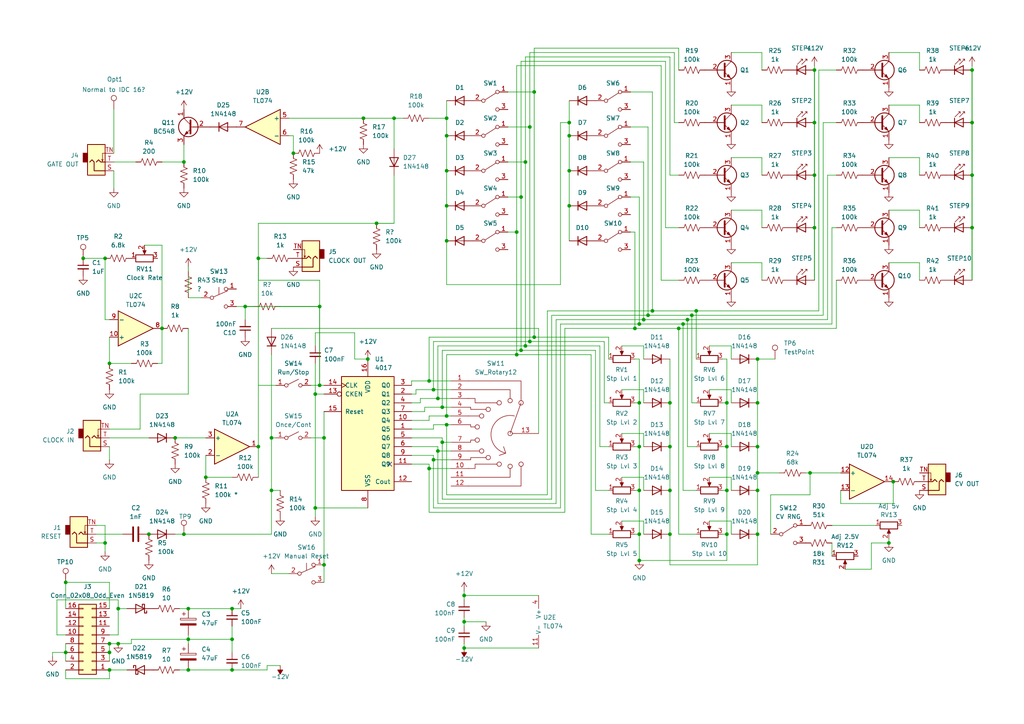
<source format=kicad_sch>
(kicad_sch (version 20230121) (generator eeschema)

  (uuid 0183ccee-e064-4ef2-a2e7-6b862e9a0382)

  (paper "A4")

  (title_block
    (comment 1 "Q1 to Q10: 2N3904")
  )

  

  (junction (at 281.94 20.32) (diameter 0) (color 0 0 0 0)
    (uuid 04409cd8-ac60-409f-855a-26289ea9cab2)
  )
  (junction (at 149.86 67.31) (diameter 0) (color 0 0 0 0)
    (uuid 0465cce1-0c55-4e5e-bfc3-11e867aeab21)
  )
  (junction (at 129.54 49.53) (diameter 0) (color 0 0 0 0)
    (uuid 0545c1d5-8cf3-43fe-a3ad-a3e876cafc05)
  )
  (junction (at 34.29 176.53) (diameter 0) (color 0 0 0 0)
    (uuid 0a591257-640d-4ffa-adc7-e889a7ee0fde)
  )
  (junction (at 129.54 34.29) (diameter 0) (color 0 0 0 0)
    (uuid 0c0b3790-0421-486a-8137-7e20f0a9720a)
  )
  (junction (at 92.71 88.9) (diameter 0) (color 0 0 0 0)
    (uuid 1494e560-8f50-4324-9363-8f7977d593b8)
  )
  (junction (at 219.71 142.24) (diameter 0) (color 0 0 0 0)
    (uuid 1f16cde0-4b57-41af-b788-635dc2b5639e)
  )
  (junction (at 54.61 176.53) (diameter 0) (color 0 0 0 0)
    (uuid 23560ac4-6a04-4fe2-95b7-7b0574433b4d)
  )
  (junction (at 93.98 127) (diameter 0) (color 0 0 0 0)
    (uuid 2379f15d-3a7b-4815-b161-a5ced43f9ef4)
  )
  (junction (at 125.73 133.35) (diameter 0) (color 0 0 0 0)
    (uuid 243970ad-06bf-40e0-ab8f-0b73c576c33e)
  )
  (junction (at 67.31 185.42) (diameter 0) (color 0 0 0 0)
    (uuid 24d1acb6-aa85-4e90-aa50-a0afb178d1d9)
  )
  (junction (at 124.46 110.49) (diameter 0) (color 0 0 0 0)
    (uuid 25f9db9c-35f9-4190-b6ba-df18593dc48d)
  )
  (junction (at 54.61 185.42) (diameter 0) (color 0 0 0 0)
    (uuid 2b005765-75ac-47ee-a7bb-cd240e05a2fa)
  )
  (junction (at 24.13 74.93) (diameter 0) (color 0 0 0 0)
    (uuid 2dce7a4b-1c5a-4813-aba0-39f6d36164f7)
  )
  (junction (at 199.39 92.71) (diameter 0) (color 0 0 0 0)
    (uuid 2e509ea9-b64b-4ea9-b9e3-4f10ec42dc2e)
  )
  (junction (at 127 130.81) (diameter 0) (color 0 0 0 0)
    (uuid 2ef0f0c0-3f06-4fde-932c-329f56d84330)
  )
  (junction (at 67.31 176.53) (diameter 0) (color 0 0 0 0)
    (uuid 328b6499-1f0d-416a-9255-4e1b504fc981)
  )
  (junction (at 53.34 46.99) (diameter 0) (color 0 0 0 0)
    (uuid 348b3e34-04ce-4867-81bc-8c93cc3e8315)
  )
  (junction (at 129.54 39.37) (diameter 0) (color 0 0 0 0)
    (uuid 34b8eedc-b845-4084-b8da-79a4a24a1d53)
  )
  (junction (at 85.09 44.45) (diameter 0) (color 0 0 0 0)
    (uuid 39613a84-4eb6-4dee-b06b-ae21ca83129e)
  )
  (junction (at 128.27 118.11) (diameter 0) (color 0 0 0 0)
    (uuid 3d73a6ed-17e5-4c73-bc9a-09526864cefc)
  )
  (junction (at 50.8 127) (diameter 0) (color 0 0 0 0)
    (uuid 3daab3d6-4668-430b-808e-a69794153e52)
  )
  (junction (at 194.31 142.24) (diameter 0) (color 0 0 0 0)
    (uuid 43486642-a052-4f5a-9f32-2a67b59c5169)
  )
  (junction (at 198.12 93.98) (diameter 0) (color 0 0 0 0)
    (uuid 45b4ed2b-52ba-457f-85be-8cc02165fb7f)
  )
  (junction (at 153.67 36.83) (diameter 0) (color 0 0 0 0)
    (uuid 4dd04eae-1014-4637-a729-d8c9408abe82)
  )
  (junction (at 186.69 92.71) (diameter 0) (color 0 0 0 0)
    (uuid 5426ba63-7d2c-4ee4-b8fd-11181f84f9bb)
  )
  (junction (at 281.94 66.04) (diameter 0) (color 0 0 0 0)
    (uuid 547a61ba-d465-4391-8894-8518545031f9)
  )
  (junction (at 154.94 26.67) (diameter 0) (color 0 0 0 0)
    (uuid 548f195c-7974-44b9-95c1-33a597aec1ff)
  )
  (junction (at 165.1 35.56) (diameter 0) (color 0 0 0 0)
    (uuid 594ccd6a-277f-436b-b45a-308cf613e11d)
  )
  (junction (at 31.75 194.31) (diameter 0) (color 0 0 0 0)
    (uuid 59d80ebf-c408-46df-99f6-8225dd2d451e)
  )
  (junction (at 236.22 66.04) (diameter 0) (color 0 0 0 0)
    (uuid 5c64c1e2-ed90-4f7d-a3b1-2fdf21df3f10)
  )
  (junction (at 236.22 35.56) (diameter 0) (color 0 0 0 0)
    (uuid 5cbfbbc1-25d3-4822-9b82-ec7043237814)
  )
  (junction (at 124.46 135.89) (diameter 0) (color 0 0 0 0)
    (uuid 5e305826-ca3d-4372-9792-f8ca6299da54)
  )
  (junction (at 19.05 189.23) (diameter 0) (color 0 0 0 0)
    (uuid 5e43a13b-7929-4de6-aa7b-c3e0fe9c554a)
  )
  (junction (at 236.22 20.32) (diameter 0) (color 0 0 0 0)
    (uuid 603af5d7-76ea-4695-9d97-0437e9ebe6e3)
  )
  (junction (at 185.42 142.24) (diameter 0) (color 0 0 0 0)
    (uuid 60c1c77e-4032-470f-8a23-f8342dbf262c)
  )
  (junction (at 74.93 129.54) (diameter 0) (color 0 0 0 0)
    (uuid 6121eb66-36ad-41d0-a0af-a0a8c6f542e4)
  )
  (junction (at 34.29 186.69) (diameter 0) (color 0 0 0 0)
    (uuid 63363223-f9a6-41c9-b80e-3a5e16de1dd2)
  )
  (junction (at 127 115.57) (diameter 0) (color 0 0 0 0)
    (uuid 6a65650d-dc31-49f2-a3b8-5d2c23678ff0)
  )
  (junction (at 185.42 116.84) (diameter 0) (color 0 0 0 0)
    (uuid 6a96f4d9-2eff-4ad9-8b68-b10977ad03e2)
  )
  (junction (at 30.48 157.48) (diameter 0) (color 0 0 0 0)
    (uuid 6c5891f7-a9ad-43e1-9816-a6e6f077477e)
  )
  (junction (at 19.05 168.91) (diameter 0) (color 0 0 0 0)
    (uuid 700a5014-b2d4-49b2-bf9b-993a1e71f72d)
  )
  (junction (at 54.61 194.31) (diameter 0) (color 0 0 0 0)
    (uuid 7146ce59-799a-4319-a087-4fa3e22e95df)
  )
  (junction (at 154.94 97.79) (diameter 0) (color 0 0 0 0)
    (uuid 72945729-1443-4cb8-84f1-ee93212df22a)
  )
  (junction (at 236.22 50.8) (diameter 0) (color 0 0 0 0)
    (uuid 72b139db-6b8c-41cf-af1a-d8fe04c63bca)
  )
  (junction (at 78.74 142.24) (diameter 0) (color 0 0 0 0)
    (uuid 72bde15e-7f30-4f91-9d8c-f253d2c703ef)
  )
  (junction (at 59.69 138.43) (diameter 0) (color 0 0 0 0)
    (uuid 738d5e84-0fa9-4738-b1e2-88eedffdd644)
  )
  (junction (at 165.1 39.37) (diameter 0) (color 0 0 0 0)
    (uuid 74f40097-a6e6-4cd1-9ccf-17e90c36eefd)
  )
  (junction (at 129.54 123.19) (diameter 0) (color 0 0 0 0)
    (uuid 75b532e8-75cf-4dc5-8f66-449458494937)
  )
  (junction (at 210.82 116.84) (diameter 0) (color 0 0 0 0)
    (uuid 76579407-00b3-41f5-bf45-e2c42d2c144c)
  )
  (junction (at 194.31 129.54) (diameter 0) (color 0 0 0 0)
    (uuid 7683bb13-bd13-4b8f-b12b-18d4b994597f)
  )
  (junction (at 31.75 189.23) (diameter 0) (color 0 0 0 0)
    (uuid 796cdd9b-9f6f-4fba-a060-e83d39453b75)
  )
  (junction (at 187.96 91.44) (diameter 0) (color 0 0 0 0)
    (uuid 7e971751-0d42-4570-afba-ef0a997a7069)
  )
  (junction (at 153.67 99.06) (diameter 0) (color 0 0 0 0)
    (uuid 7f729421-7eed-4e31-a539-f997ee58b99d)
  )
  (junction (at 92.71 111.76) (diameter 0) (color 0 0 0 0)
    (uuid 80c200f7-ec71-498e-9a08-93411379675a)
  )
  (junction (at 106.68 104.14) (diameter 0) (color 0 0 0 0)
    (uuid 83479bc7-aa90-4b28-97eb-c06f57bf35df)
  )
  (junction (at 152.4 100.33) (diameter 0) (color 0 0 0 0)
    (uuid 86df2021-402f-4970-898e-8aa4b2f15590)
  )
  (junction (at 165.1 59.69) (diameter 0) (color 0 0 0 0)
    (uuid 874a8d07-e984-440b-b1ae-bdf3b673bdcf)
  )
  (junction (at 234.95 137.16) (diameter 0) (color 0 0 0 0)
    (uuid 885bee7c-df80-4763-b201-d1a4f55d58e0)
  )
  (junction (at 129.54 59.69) (diameter 0) (color 0 0 0 0)
    (uuid 888814b1-d91e-4dc9-9d76-4e5a6aa6b3aa)
  )
  (junction (at 129.54 120.65) (diameter 0) (color 0 0 0 0)
    (uuid 88cc0976-f054-46eb-a7ea-3cb34f2c9164)
  )
  (junction (at 91.44 147.32) (diameter 0) (color 0 0 0 0)
    (uuid 8db38434-381b-460f-a636-cef1f8c4b8bf)
  )
  (junction (at 219.71 154.94) (diameter 0) (color 0 0 0 0)
    (uuid 8ef872ae-231a-46e1-83d2-df835c2295e7)
  )
  (junction (at 281.94 35.56) (diameter 0) (color 0 0 0 0)
    (uuid 90107d07-7ee6-490f-b325-9d632fd3cd08)
  )
  (junction (at 257.81 157.48) (diameter 0) (color 0 0 0 0)
    (uuid 912a605f-356f-4a50-bb48-5bda9b060076)
  )
  (junction (at 125.73 113.03) (diameter 0) (color 0 0 0 0)
    (uuid 92d34f5f-b200-45e8-a795-80eb94ab7e2d)
  )
  (junction (at 210.82 129.54) (diameter 0) (color 0 0 0 0)
    (uuid 93ab84c5-510d-4aaf-95b8-adefafcf6278)
  )
  (junction (at 151.13 101.6) (diameter 0) (color 0 0 0 0)
    (uuid 943c81fb-18f7-40c1-8714-86618f2518a7)
  )
  (junction (at 105.41 34.29) (diameter 0) (color 0 0 0 0)
    (uuid 95131708-c900-401c-a293-6581b61c087a)
  )
  (junction (at 43.18 154.94) (diameter 0) (color 0 0 0 0)
    (uuid 96cf0743-7fef-438a-8a7a-8b4af9974211)
  )
  (junction (at 149.86 102.87) (diameter 0) (color 0 0 0 0)
    (uuid 9739852f-ce49-4d41-a13d-fe2e06b579f7)
  )
  (junction (at 31.75 186.69) (diameter 0) (color 0 0 0 0)
    (uuid 99faebab-e1d0-47b6-8d10-147e19486063)
  )
  (junction (at 281.94 50.8) (diameter 0) (color 0 0 0 0)
    (uuid 9d62eda2-e4d9-4627-a2c3-c29f50b5fb2f)
  )
  (junction (at 30.48 74.93) (diameter 0) (color 0 0 0 0)
    (uuid 9e8b19ae-b85c-4ec5-b1ca-1bb1456dc798)
  )
  (junction (at 185.42 162.56) (diameter 0) (color 0 0 0 0)
    (uuid 9edaeedd-6262-4701-84f0-9142488cecab)
  )
  (junction (at 67.31 194.31) (diameter 0) (color 0 0 0 0)
    (uuid a2721ce6-38ac-4407-b0f4-6dbba190869c)
  )
  (junction (at 74.93 74.93) (diameter 0) (color 0 0 0 0)
    (uuid a4afc783-7fd3-441b-993e-4fcfe789ddce)
  )
  (junction (at 185.42 154.94) (diameter 0) (color 0 0 0 0)
    (uuid abe011c8-5558-4254-a816-0406d0e7b0b3)
  )
  (junction (at 219.71 137.16) (diameter 0) (color 0 0 0 0)
    (uuid abe5890e-2af4-4553-ab3e-095ec6d5c781)
  )
  (junction (at 128.27 128.27) (diameter 0) (color 0 0 0 0)
    (uuid ac2160fa-73e5-430a-9594-0b50d1a64803)
  )
  (junction (at 53.34 154.94) (diameter 0) (color 0 0 0 0)
    (uuid acb3fc86-c63c-490c-b513-12d064c61dcc)
  )
  (junction (at 109.22 64.77) (diameter 0) (color 0 0 0 0)
    (uuid aec1076e-c93a-4030-9764-f3712c967662)
  )
  (junction (at 134.62 187.96) (diameter 0) (color 0 0 0 0)
    (uuid aff25507-1e65-4474-a43b-91d9baa522f3)
  )
  (junction (at 91.44 114.3) (diameter 0) (color 0 0 0 0)
    (uuid b1309ddc-e386-4d74-adf2-f6660eabad6e)
  )
  (junction (at 219.71 116.84) (diameter 0) (color 0 0 0 0)
    (uuid b35f0117-4ffc-4845-b6b1-4d3147eed72c)
  )
  (junction (at 184.15 95.25) (diameter 0) (color 0 0 0 0)
    (uuid b8576f5f-2772-4b74-b39d-7847b107325d)
  )
  (junction (at 185.42 129.54) (diameter 0) (color 0 0 0 0)
    (uuid bb80d8f2-7154-457f-85b3-bc34b36cfd9a)
  )
  (junction (at 189.23 90.17) (diameter 0) (color 0 0 0 0)
    (uuid bb941622-cfc5-4edb-bafc-62d4e15593f7)
  )
  (junction (at 134.62 180.34) (diameter 0) (color 0 0 0 0)
    (uuid bd5ebfab-6287-40dc-9355-e9ecb5282670)
  )
  (junction (at 201.93 90.17) (diameter 0) (color 0 0 0 0)
    (uuid be6f49a9-b3c1-4412-abbb-a84f39d641fe)
  )
  (junction (at 114.3 34.29) (diameter 0) (color 0 0 0 0)
    (uuid c1f20c97-8c3a-4c1f-b8ae-a285e0df19fd)
  )
  (junction (at 210.82 154.94) (diameter 0) (color 0 0 0 0)
    (uuid c2fc902b-602f-47d9-96cb-eb99ca5a6a39)
  )
  (junction (at 194.31 154.94) (diameter 0) (color 0 0 0 0)
    (uuid c7949983-f3dc-40fa-826a-06f40ff209d1)
  )
  (junction (at 152.4 46.99) (diameter 0) (color 0 0 0 0)
    (uuid c90d8809-a404-4ab4-9eea-7bd1f9750f50)
  )
  (junction (at 165.1 49.53) (diameter 0) (color 0 0 0 0)
    (uuid cb335e6f-70fe-4777-9d79-8ea287b6f1ab)
  )
  (junction (at 185.42 93.98) (diameter 0) (color 0 0 0 0)
    (uuid d5c55b79-3ce6-46d6-a46b-7cffcbedde96)
  )
  (junction (at 259.08 139.7) (diameter 0) (color 0 0 0 0)
    (uuid d6423517-9ed2-4c3e-ab2a-0a3f27651aed)
  )
  (junction (at 78.74 127) (diameter 0) (color 0 0 0 0)
    (uuid d8c5b40b-9add-4484-90e1-9f0a2b222741)
  )
  (junction (at 134.62 172.72) (diameter 0) (color 0 0 0 0)
    (uuid de4c6abb-ceb2-4068-902d-71b4c5be9802)
  )
  (junction (at 210.82 142.24) (diameter 0) (color 0 0 0 0)
    (uuid de92055b-94d8-458f-b5f7-26d15e69b738)
  )
  (junction (at 93.98 163.83) (diameter 0) (color 0 0 0 0)
    (uuid e04ad313-05d2-43cb-8347-6174acef27bc)
  )
  (junction (at 200.66 91.44) (diameter 0) (color 0 0 0 0)
    (uuid e1e0bfb4-2363-4f13-a3a1-bed4c373c460)
  )
  (junction (at 196.85 95.25) (diameter 0) (color 0 0 0 0)
    (uuid e31e5427-5632-4afa-accd-436a19fc6db7)
  )
  (junction (at 46.99 95.25) (diameter 0) (color 0 0 0 0)
    (uuid e6647efc-c800-4a38-8dc9-53bcbaf0134c)
  )
  (junction (at 151.13 57.15) (diameter 0) (color 0 0 0 0)
    (uuid ea03f2e3-a822-4b71-b29d-4a8d404d561c)
  )
  (junction (at 31.75 105.41) (diameter 0) (color 0 0 0 0)
    (uuid f1c88a5e-c404-4e78-9e53-75e54c52322e)
  )
  (junction (at 219.71 129.54) (diameter 0) (color 0 0 0 0)
    (uuid f40ab3cd-d74f-4ed5-9a0f-10ed44cbe68c)
  )
  (junction (at 219.71 104.14) (diameter 0) (color 0 0 0 0)
    (uuid f67fb7de-8cf8-4f44-8467-98d93aadaf48)
  )
  (junction (at 194.31 116.84) (diameter 0) (color 0 0 0 0)
    (uuid f7bd8324-ce99-43ed-9828-097d6b2d30b7)
  )
  (junction (at 71.12 88.9) (diameter 0) (color 0 0 0 0)
    (uuid fcaf8240-a991-4c82-98ef-996c073c3907)
  )
  (junction (at 129.54 69.85) (diameter 0) (color 0 0 0 0)
    (uuid fe8c19c2-044d-47df-8ae9-943c7eedb79f)
  )

  (no_connect (at 113.03 134.62) (uuid 24bf6cce-fa11-4a1d-89f2-66f7e3242d04))

  (wire (pts (xy 266.7 15.24) (xy 266.7 20.32))
    (stroke (width 0) (type default))
    (uuid 00c16e64-cf00-4334-acbc-55381a0d48ab)
  )
  (wire (pts (xy 31.75 168.91) (xy 19.05 168.91))
    (stroke (width 0) (type default))
    (uuid 030e737b-7dd4-48cd-83e8-cf50a87ec4fe)
  )
  (wire (pts (xy 129.54 102.87) (xy 129.54 120.65))
    (stroke (width 0) (type default))
    (uuid 040c08b7-8619-4363-b0c0-a3c89b9fe9fa)
  )
  (wire (pts (xy 220.98 60.96) (xy 220.98 66.04))
    (stroke (width 0) (type default))
    (uuid 04d5d949-d504-41df-a482-2f952cf84e9a)
  )
  (wire (pts (xy 266.7 76.2) (xy 266.7 81.28))
    (stroke (width 0) (type default))
    (uuid 063e9571-37e4-4ce1-82ca-e468fac0a01e)
  )
  (wire (pts (xy 187.96 91.44) (xy 200.66 91.44))
    (stroke (width 0) (type default))
    (uuid 06808c9b-5ce6-4545-93f7-a67567da4bdd)
  )
  (wire (pts (xy 212.09 138.43) (xy 205.74 138.43))
    (stroke (width 0) (type default))
    (uuid 06f0abdf-8e14-4d93-a747-a90bbceed4e0)
  )
  (wire (pts (xy 31.75 124.46) (xy 40.64 124.46))
    (stroke (width 0) (type default))
    (uuid 07ea6678-fbbf-47fc-b043-37e10a4165db)
  )
  (wire (pts (xy 83.82 34.29) (xy 105.41 34.29))
    (stroke (width 0) (type default))
    (uuid 09117d6b-3ba7-4e9f-8d71-199bb4d321a3)
  )
  (wire (pts (xy 180.34 100.33) (xy 186.69 100.33))
    (stroke (width 0) (type default))
    (uuid 098a8db1-4e79-4cc7-b7d3-c7f052fd7d67)
  )
  (wire (pts (xy 198.12 93.98) (xy 241.3 93.98))
    (stroke (width 0) (type default))
    (uuid 0a5ed7fc-5587-4386-a068-e4b9607492f9)
  )
  (wire (pts (xy 163.83 148.59) (xy 163.83 95.25))
    (stroke (width 0) (type default))
    (uuid 0b07f73d-2d6d-40ad-8fbc-b56d2762406b)
  )
  (wire (pts (xy 175.26 116.84) (xy 176.53 116.84))
    (stroke (width 0) (type default))
    (uuid 0d2cbd8f-e182-485f-b0aa-0bcb88313e0d)
  )
  (wire (pts (xy 149.86 67.31) (xy 149.86 102.87))
    (stroke (width 0) (type default))
    (uuid 0f1734ee-cd02-4d41-9fbf-6617974ac5d4)
  )
  (wire (pts (xy 209.55 154.94) (xy 210.82 154.94))
    (stroke (width 0) (type default))
    (uuid 0f5f0a99-a8e0-4a22-b15e-cb5611f26383)
  )
  (wire (pts (xy 71.12 88.9) (xy 71.12 92.71))
    (stroke (width 0) (type default))
    (uuid 0f8c8f4a-8fdb-4b06-8802-5f897d0b1b76)
  )
  (wire (pts (xy 31.75 194.31) (xy 36.83 194.31))
    (stroke (width 0) (type default))
    (uuid 0f8dd740-fdcc-4317-89c4-b9db47e391af)
  )
  (wire (pts (xy 223.52 154.94) (xy 223.52 143.51))
    (stroke (width 0) (type default))
    (uuid 106d3330-79e1-485c-b84b-fb3a48f7c730)
  )
  (wire (pts (xy 74.93 81.28) (xy 92.71 81.28))
    (stroke (width 0) (type default) (color 0 0 0 0))
    (uuid 1129d24d-ff3c-4b75-9181-a8443f29bf35)
  )
  (wire (pts (xy 219.71 137.16) (xy 219.71 142.24))
    (stroke (width 0) (type default))
    (uuid 112fb9a1-91f9-4e58-8def-78debf9a7be2)
  )
  (wire (pts (xy 119.38 121.92) (xy 124.46 121.92))
    (stroke (width 0) (type default))
    (uuid 13046eb0-59a1-4cbe-9e1c-0df6525dae05)
  )
  (wire (pts (xy 194.31 104.14) (xy 194.31 116.84))
    (stroke (width 0) (type default))
    (uuid 1361fa46-9c97-4e5b-9ce3-a8e351407360)
  )
  (wire (pts (xy 185.42 116.84) (xy 185.42 129.54))
    (stroke (width 0) (type default))
    (uuid 1440e432-df35-4bee-8b14-a2c1edd8f1a7)
  )
  (wire (pts (xy 78.74 142.24) (xy 78.74 154.94))
    (stroke (width 0) (type default))
    (uuid 14c60ed3-1586-4b8e-a46b-49661afa71ae)
  )
  (wire (pts (xy 281.94 35.56) (xy 281.94 50.8))
    (stroke (width 0) (type default) (color 0 0 0 0))
    (uuid 14d7f98c-d5b5-43c9-a921-5c34c8b82714)
  )
  (wire (pts (xy 196.85 81.28) (xy 191.77 81.28))
    (stroke (width 0) (type default))
    (uuid 15ec230e-505a-4acc-82a6-0e51e2ff84c6)
  )
  (wire (pts (xy 124.46 34.29) (xy 129.54 34.29))
    (stroke (width 0) (type default))
    (uuid 15fd1e2e-ac21-49cc-919f-07972f8bf5dc)
  )
  (wire (pts (xy 27.94 152.4) (xy 30.48 152.4))
    (stroke (width 0) (type default))
    (uuid 1620e74a-1532-4bab-a6a0-7c4403010311)
  )
  (wire (pts (xy 92.71 88.9) (xy 92.71 111.76))
    (stroke (width 0) (type default))
    (uuid 171dd10b-ba95-4467-b897-baa346062151)
  )
  (wire (pts (xy 220.98 76.2) (xy 220.98 81.28))
    (stroke (width 0) (type default))
    (uuid 17a13294-042c-43c9-8ded-148b1e9d71f7)
  )
  (wire (pts (xy 46.99 71.12) (xy 46.99 95.25))
    (stroke (width 0) (type default))
    (uuid 18e51b51-6028-4929-b813-8c0f43abe650)
  )
  (wire (pts (xy 194.31 154.94) (xy 194.31 163.83))
    (stroke (width 0) (type default))
    (uuid 1999dcc9-061f-4922-831c-0758fc87d49f)
  )
  (wire (pts (xy 194.31 129.54) (xy 194.31 142.24))
    (stroke (width 0) (type default))
    (uuid 1a800bfd-a0ca-4bb2-9a47-5fcf6236fee7)
  )
  (wire (pts (xy 24.13 74.93) (xy 30.48 74.93))
    (stroke (width 0) (type default))
    (uuid 1b61b2be-e523-4af5-b41e-835c62fcc0ec)
  )
  (wire (pts (xy 184.15 142.24) (xy 185.42 142.24))
    (stroke (width 0) (type default))
    (uuid 1c5145b4-2577-4032-a680-0c675a556095)
  )
  (wire (pts (xy 171.45 102.87) (xy 171.45 154.94))
    (stroke (width 0) (type default))
    (uuid 1cdf5679-3d77-4ae5-90df-15c79204965e)
  )
  (wire (pts (xy 78.74 102.87) (xy 78.74 127))
    (stroke (width 0) (type default))
    (uuid 1dadf322-4255-4fff-b6c4-24b903584ebc)
  )
  (wire (pts (xy 128.27 128.27) (xy 128.27 144.78))
    (stroke (width 0) (type default))
    (uuid 1f5fb3d2-62bc-425b-aacc-eff4b3355b08)
  )
  (wire (pts (xy 212.09 113.03) (xy 205.74 113.03))
    (stroke (width 0) (type default))
    (uuid 2018ae83-008c-480e-8524-19a305e3dc7a)
  )
  (wire (pts (xy 205.74 100.33) (xy 212.09 100.33))
    (stroke (width 0) (type default))
    (uuid 2103bc5c-5a9a-4fb5-8d2b-abab57fcedd8)
  )
  (wire (pts (xy 212.09 60.96) (xy 220.98 60.96))
    (stroke (width 0) (type default))
    (uuid 2142e024-aecd-49ce-bac7-fc724e41183e)
  )
  (wire (pts (xy 153.67 36.83) (xy 153.67 99.06))
    (stroke (width 0) (type default))
    (uuid 21ae1422-9ebc-437c-98fd-8cdbba2308f9)
  )
  (wire (pts (xy 125.73 124.46) (xy 125.73 123.19))
    (stroke (width 0) (type default))
    (uuid 22b29138-8d4c-4cf4-b892-8f82fd36b4be)
  )
  (wire (pts (xy 189.23 26.67) (xy 189.23 90.17))
    (stroke (width 0) (type default))
    (uuid 2332c493-abf4-434c-9cd9-6c2a7f84f621)
  )
  (wire (pts (xy 234.95 137.16) (xy 243.84 137.16))
    (stroke (width 0) (type default))
    (uuid 234e793e-5dcd-4dcf-a459-9fc855f82151)
  )
  (wire (pts (xy 114.3 34.29) (xy 116.84 34.29))
    (stroke (width 0) (type default))
    (uuid 2368f055-684a-4786-8700-0613b773379a)
  )
  (wire (pts (xy 123.19 119.38) (xy 123.19 118.11))
    (stroke (width 0) (type default))
    (uuid 2402964b-e1a0-4e4f-88a2-3fcfd0f241e9)
  )
  (wire (pts (xy 129.54 39.37) (xy 129.54 49.53))
    (stroke (width 0) (type default))
    (uuid 25d7964b-e992-445e-b449-f1fd33f6520d)
  )
  (wire (pts (xy 130.81 130.81) (xy 127 130.81))
    (stroke (width 0) (type default))
    (uuid 25f1a8c9-4ddc-4b07-8058-473337c0d386)
  )
  (wire (pts (xy 121.92 116.84) (xy 121.92 115.57))
    (stroke (width 0) (type default))
    (uuid 2617168f-357c-465d-8a7c-f0f085ebe093)
  )
  (wire (pts (xy 152.4 16.51) (xy 152.4 46.99))
    (stroke (width 0) (type default))
    (uuid 2669e2c1-d335-421d-acc7-c7d0e94f8927)
  )
  (wire (pts (xy 193.04 17.78) (xy 151.13 17.78))
    (stroke (width 0) (type default))
    (uuid 268ae26d-f9f5-41e2-87bd-9c52ffca2778)
  )
  (wire (pts (xy 186.69 46.99) (xy 186.69 92.71))
    (stroke (width 0) (type default))
    (uuid 268eebfc-73cd-48c7-8953-59b12b088368)
  )
  (wire (pts (xy 172.72 101.6) (xy 172.72 142.24))
    (stroke (width 0) (type default))
    (uuid 26adc095-0dbe-49ad-bfc5-d5a3d0284ac5)
  )
  (wire (pts (xy 241.3 152.4) (xy 254 152.4))
    (stroke (width 0) (type default))
    (uuid 26f6eb3f-897c-49ad-bd37-23370e7adbac)
  )
  (wire (pts (xy 34.29 173.99) (xy 34.29 176.53))
    (stroke (width 0) (type default))
    (uuid 274e1a15-558c-455d-8481-5dcf1d901791)
  )
  (wire (pts (xy 31.75 186.69) (xy 34.29 186.69))
    (stroke (width 0) (type default))
    (uuid 28a6d574-2dfb-4694-960a-8299a295dd90)
  )
  (wire (pts (xy 212.09 15.24) (xy 220.98 15.24))
    (stroke (width 0) (type default))
    (uuid 28ff35d7-0b0a-41d5-8ae1-1afd59c15233)
  )
  (wire (pts (xy 134.62 187.96) (xy 156.21 187.96))
    (stroke (width 0) (type default))
    (uuid 29f063d7-5514-418f-9065-2f126a991b6a)
  )
  (wire (pts (xy 124.46 134.62) (xy 124.46 135.89))
    (stroke (width 0) (type default))
    (uuid 2a49ec9d-2e95-484e-a388-0cd3d1738668)
  )
  (wire (pts (xy 266.7 30.48) (xy 266.7 35.56))
    (stroke (width 0) (type default))
    (uuid 2c4d4887-1b89-421a-9a17-303e4b6b6e04)
  )
  (wire (pts (xy 180.34 151.13) (xy 186.69 151.13))
    (stroke (width 0) (type default))
    (uuid 2c4f2eee-d157-48cc-a535-33eab9259d53)
  )
  (wire (pts (xy 124.46 135.89) (xy 124.46 148.59))
    (stroke (width 0) (type default))
    (uuid 2cf0a9b6-feb9-4df6-b6bc-12a2eeff6cbf)
  )
  (wire (pts (xy 219.71 142.24) (xy 219.71 154.94))
    (stroke (width 0) (type default))
    (uuid 2de11bca-c98c-4cfb-88f1-7f9c6ba044db)
  )
  (wire (pts (xy 257.81 60.96) (xy 266.7 60.96))
    (stroke (width 0) (type default))
    (uuid 2de13f4b-5e00-4f98-9c6d-73d97ede169a)
  )
  (wire (pts (xy 163.83 95.25) (xy 184.15 95.25))
    (stroke (width 0) (type default))
    (uuid 2e64a10f-7be9-4734-ae88-875592d947d4)
  )
  (wire (pts (xy 128.27 101.6) (xy 151.13 101.6))
    (stroke (width 0) (type default))
    (uuid 2eb43f0c-296b-4ca8-9545-f068d06b7003)
  )
  (wire (pts (xy 16.51 173.99) (xy 34.29 173.99))
    (stroke (width 0) (type default))
    (uuid 2f8d7545-fa11-4358-b041-1919a39a1c35)
  )
  (wire (pts (xy 125.73 113.03) (xy 130.81 113.03))
    (stroke (width 0) (type default))
    (uuid 30a3960d-d60b-4226-82f3-24bedc3a5cdc)
  )
  (wire (pts (xy 33.02 31.75) (xy 33.02 44.45))
    (stroke (width 0) (type default))
    (uuid 3239b486-4c3a-4d0d-9fe1-b79467e904e8)
  )
  (wire (pts (xy 50.8 127) (xy 59.69 127))
    (stroke (width 0) (type default))
    (uuid 32d6076f-41bf-4c92-b2ef-ba362090bf95)
  )
  (wire (pts (xy 129.54 29.21) (xy 129.54 34.29))
    (stroke (width 0) (type default))
    (uuid 33eb3768-60ce-4c6b-b7d2-d14726d0b3a4)
  )
  (wire (pts (xy 31.75 92.71) (xy 30.48 92.71))
    (stroke (width 0) (type default))
    (uuid 346a2329-0139-448c-adbc-5c52f0e0b300)
  )
  (wire (pts (xy 257.81 156.21) (xy 257.81 157.48))
    (stroke (width 0) (type default))
    (uuid 34786f5b-90e8-42ff-a423-ab08e39c1f79)
  )
  (wire (pts (xy 52.07 176.53) (xy 54.61 176.53))
    (stroke (width 0) (type default))
    (uuid 3493aaa3-a485-4eb4-8482-70eb607ff9f2)
  )
  (wire (pts (xy 219.71 104.14) (xy 219.71 116.84))
    (stroke (width 0) (type default))
    (uuid 34987e7d-1211-4776-bf45-b8d8a02b0058)
  )
  (wire (pts (xy 238.76 35.56) (xy 242.57 35.56))
    (stroke (width 0) (type default))
    (uuid 3540ec8d-5eb3-4afc-936e-37011f7ace91)
  )
  (wire (pts (xy 119.38 124.46) (xy 125.73 124.46))
    (stroke (width 0) (type default))
    (uuid 35780220-eafc-4d41-b61b-81d82b175070)
  )
  (wire (pts (xy 173.99 100.33) (xy 173.99 129.54))
    (stroke (width 0) (type default))
    (uuid 3692ac6e-af22-4564-936d-af8fe0da8f6a)
  )
  (wire (pts (xy 67.31 185.42) (xy 67.31 189.23))
    (stroke (width 0) (type default))
    (uuid 36b60918-131f-4685-b6c3-c67275af1c29)
  )
  (wire (pts (xy 53.34 154.94) (xy 78.74 154.94))
    (stroke (width 0) (type default))
    (uuid 373d3a34-f28f-492f-9664-85fc29426925)
  )
  (wire (pts (xy 129.54 69.85) (xy 129.54 82.55))
    (stroke (width 0) (type default))
    (uuid 37b2b507-632c-4bdf-a7b7-eb8f6a7db69b)
  )
  (wire (pts (xy 185.42 154.94) (xy 184.15 154.94))
    (stroke (width 0) (type default))
    (uuid 37ba68b3-a9a5-4022-8315-9f3a13dbe4c8)
  )
  (wire (pts (xy 149.86 19.05) (xy 149.86 67.31))
    (stroke (width 0) (type default))
    (uuid 3827a44f-0207-4017-904e-4ea8d42ac09d)
  )
  (wire (pts (xy 219.71 137.16) (xy 226.06 137.16))
    (stroke (width 0) (type default))
    (uuid 3a4ba8df-6f5a-494a-9e99-729d89e97c70)
  )
  (wire (pts (xy 34.29 176.53) (xy 34.29 184.15))
    (stroke (width 0) (type default))
    (uuid 3a841f4a-12a3-455a-8f61-14878e0ec4b2)
  )
  (wire (pts (xy 220.98 45.72) (xy 220.98 50.8))
    (stroke (width 0) (type default))
    (uuid 3aa2979d-9cbd-4563-91b0-5014ec806b14)
  )
  (wire (pts (xy 119.38 119.38) (xy 123.19 119.38))
    (stroke (width 0) (type default))
    (uuid 3b0b5ce1-a5ca-4213-87cc-53d867781a86)
  )
  (wire (pts (xy 182.88 67.31) (xy 184.15 67.31))
    (stroke (width 0) (type default))
    (uuid 3b9de29c-306c-4ecc-b6b0-a788d4749c36)
  )
  (wire (pts (xy 74.93 74.93) (xy 74.93 111.76))
    (stroke (width 0) (type default))
    (uuid 3ba0656e-045a-4767-9a26-eb84c5a9d952)
  )
  (wire (pts (xy 236.22 50.8) (xy 236.22 66.04))
    (stroke (width 0) (type default) (color 0 0 0 0))
    (uuid 3bf0b348-d547-4646-ab2b-9e3a4471f213)
  )
  (wire (pts (xy 90.17 127) (xy 93.98 127))
    (stroke (width 0) (type default))
    (uuid 3c852b6c-7211-4643-9504-81381dffe675)
  )
  (wire (pts (xy 242.57 50.8) (xy 240.03 50.8))
    (stroke (width 0) (type default))
    (uuid 3d64a7f4-4198-40b9-b2a4-11d17061f755)
  )
  (wire (pts (xy 59.69 132.08) (xy 59.69 138.43))
    (stroke (width 0) (type default))
    (uuid 3e4827ad-eb8c-4ceb-b8ba-3ce0c2a0074d)
  )
  (wire (pts (xy 124.46 110.49) (xy 130.81 110.49))
    (stroke (width 0) (type default))
    (uuid 3f4631b9-44bb-48e0-bc9a-f18c0cf5b829)
  )
  (wire (pts (xy 191.77 81.28) (xy 191.77 19.05))
    (stroke (width 0) (type default))
    (uuid 4044bfc9-09e9-4200-916c-7bb30e521f63)
  )
  (wire (pts (xy 196.85 95.25) (xy 242.57 95.25))
    (stroke (width 0) (type default))
    (uuid 40963da9-31e9-4454-a2a3-cd8b916d157a)
  )
  (wire (pts (xy 93.98 114.3) (xy 91.44 114.3))
    (stroke (width 0) (type default))
    (uuid 40981465-d150-4c37-8461-01b26a6b21e5)
  )
  (wire (pts (xy 78.74 127) (xy 80.01 127))
    (stroke (width 0) (type default))
    (uuid 40af3ebe-7c97-4674-8ac3-bddf0fe2c41d)
  )
  (wire (pts (xy 196.85 66.04) (xy 193.04 66.04))
    (stroke (width 0) (type default))
    (uuid 412c6ed0-e4c6-48ea-8b3d-69a1a7c7eaf4)
  )
  (wire (pts (xy 212.09 125.73) (xy 212.09 129.54))
    (stroke (width 0) (type default))
    (uuid 413e63bf-4764-4edc-b09b-f88504efc4eb)
  )
  (wire (pts (xy 81.28 88.9) (xy 92.71 88.9))
    (stroke (width 0) (type default) (color 0 0 0 0))
    (uuid 41e22ec5-1f87-44bf-8f30-ebacb92c36ff)
  )
  (wire (pts (xy 125.73 123.19) (xy 129.54 123.19))
    (stroke (width 0) (type default))
    (uuid 430a99eb-64c2-4da7-b514-d8e8e212168b)
  )
  (wire (pts (xy 185.42 162.56) (xy 210.82 162.56))
    (stroke (width 0) (type default))
    (uuid 430e2a79-226f-4055-9fcb-6206d6c42e22)
  )
  (wire (pts (xy 219.71 104.14) (xy 224.79 104.14))
    (stroke (width 0) (type default))
    (uuid 43c69164-aad2-4393-82e2-5febdf756a6c)
  )
  (wire (pts (xy 162.56 93.98) (xy 185.42 93.98))
    (stroke (width 0) (type default))
    (uuid 4408faaa-f20d-459f-a499-a45221e0dc16)
  )
  (wire (pts (xy 67.31 181.61) (xy 67.31 185.42))
    (stroke (width 0) (type default))
    (uuid 44342498-eedd-4c58-81d0-41b0f8b6d43b)
  )
  (wire (pts (xy 93.98 163.83) (xy 93.98 168.91))
    (stroke (width 0) (type default))
    (uuid 44d02028-fb90-48d0-8d60-1611cd27c360)
  )
  (wire (pts (xy 241.3 93.98) (xy 241.3 66.04))
    (stroke (width 0) (type default))
    (uuid 45343125-769b-4cd5-a878-fe049bccbd2b)
  )
  (wire (pts (xy 156.21 172.72) (xy 134.62 172.72))
    (stroke (width 0) (type default))
    (uuid 46f35bdb-94ba-4ebc-b509-d026c5bd6084)
  )
  (wire (pts (xy 161.29 92.71) (xy 186.69 92.71))
    (stroke (width 0) (type default))
    (uuid 47067c1e-70db-4a94-b83f-e17caccbbb7a)
  )
  (wire (pts (xy 129.54 123.19) (xy 129.54 143.51))
    (stroke (width 0) (type default))
    (uuid 47f6c29c-45d9-4432-8725-fefa94223901)
  )
  (wire (pts (xy 156.21 125.73) (xy 156.21 95.25))
    (stroke (width 0) (type default))
    (uuid 480b3ba3-8568-471a-9b2c-c0c9636b8422)
  )
  (wire (pts (xy 236.22 20.32) (xy 236.22 35.56))
    (stroke (width 0) (type default))
    (uuid 486b0521-e103-431b-a334-a21860a0b007)
  )
  (wire (pts (xy 74.93 111.76) (xy 74.93 129.54))
    (stroke (width 0) (type default))
    (uuid 48799663-5c58-4e42-a427-2bd01e79a77d)
  )
  (wire (pts (xy 184.15 95.25) (xy 196.85 95.25))
    (stroke (width 0) (type default))
    (uuid 4a780850-67d2-4f3d-9494-3a61509e1004)
  )
  (wire (pts (xy 53.34 41.91) (xy 53.34 46.99))
    (stroke (width 0) (type default))
    (uuid 4aa54a5e-12c8-4989-96a3-bc80af389261)
  )
  (wire (pts (xy 134.62 172.72) (xy 134.62 173.99))
    (stroke (width 0) (type default))
    (uuid 4b10eaa4-1c5e-4289-96f5-133ff1ccfbea)
  )
  (wire (pts (xy 233.68 137.16) (xy 234.95 137.16))
    (stroke (width 0) (type default))
    (uuid 4b306af8-d7fb-4dc5-9479-2af405f744cd)
  )
  (wire (pts (xy 78.74 142.24) (xy 81.28 142.24))
    (stroke (width 0) (type default))
    (uuid 4c428999-6456-4319-a459-e0195c607923)
  )
  (wire (pts (xy 209.55 116.84) (xy 210.82 116.84))
    (stroke (width 0) (type default))
    (uuid 4d4a1d61-072f-43f9-9035-157f7524f56a)
  )
  (wire (pts (xy 171.45 154.94) (xy 176.53 154.94))
    (stroke (width 0) (type default))
    (uuid 4dd44334-a207-4e5c-ab36-94361a2e0c6c)
  )
  (wire (pts (xy 34.29 176.53) (xy 36.83 176.53))
    (stroke (width 0) (type default))
    (uuid 4e75c645-d002-4841-b473-8383194bc810)
  )
  (wire (pts (xy 184.15 67.31) (xy 184.15 95.25))
    (stroke (width 0) (type default))
    (uuid 5053c081-4f49-476b-90a5-a9ea039143fd)
  )
  (wire (pts (xy 106.68 147.32) (xy 91.44 147.32))
    (stroke (width 0) (type default))
    (uuid 50620f1c-0583-4624-8615-f1299b7e3bde)
  )
  (wire (pts (xy 182.88 26.67) (xy 189.23 26.67))
    (stroke (width 0) (type default))
    (uuid 520dee8a-dfb6-4034-9f3a-50f79c308bbc)
  )
  (wire (pts (xy 195.58 15.24) (xy 153.67 15.24))
    (stroke (width 0) (type default))
    (uuid 5331eb0b-4251-44f6-a4d3-8d4f1574af57)
  )
  (wire (pts (xy 19.05 168.91) (xy 19.05 176.53))
    (stroke (width 0) (type default))
    (uuid 5393aba1-e235-49f4-aa78-815e8e5ac997)
  )
  (wire (pts (xy 124.46 97.79) (xy 154.94 97.79))
    (stroke (width 0) (type default))
    (uuid 5396bb42-62d0-4e40-a5c9-49addd19f259)
  )
  (wire (pts (xy 185.42 104.14) (xy 185.42 116.84))
    (stroke (width 0) (type default))
    (uuid 53eb8257-0727-4d61-855a-887a35a68362)
  )
  (wire (pts (xy 201.93 116.84) (xy 200.66 116.84))
    (stroke (width 0) (type default))
    (uuid 5476534f-073d-471d-832e-718c1e9ef94b)
  )
  (wire (pts (xy 219.71 154.94) (xy 219.71 163.83))
    (stroke (width 0) (type default))
    (uuid 54c68f37-55cf-44b8-8cc6-6ea2c5deafd2)
  )
  (wire (pts (xy 119.38 110.49) (xy 124.46 110.49))
    (stroke (width 0) (type default))
    (uuid 54d17e86-300d-4ffe-9a61-0a7325e8a8a0)
  )
  (wire (pts (xy 19.05 194.31) (xy 19.05 196.85))
    (stroke (width 0) (type default))
    (uuid 55e42784-f252-4b1b-bfff-91ae29ddb431)
  )
  (wire (pts (xy 162.56 147.32) (xy 162.56 93.98))
    (stroke (width 0) (type default))
    (uuid 57fbea3c-4fa3-4ddf-95bb-a65ff7d49450)
  )
  (wire (pts (xy 128.27 101.6) (xy 128.27 118.11))
    (stroke (width 0) (type default))
    (uuid 5811348b-e491-4bb6-9703-02cacbefb1fe)
  )
  (wire (pts (xy 147.32 26.67) (xy 154.94 26.67))
    (stroke (width 0) (type default))
    (uuid 5860cc45-e3b8-473f-a614-106b7a4cf3a3)
  )
  (wire (pts (xy 127 115.57) (xy 130.81 115.57))
    (stroke (width 0) (type default))
    (uuid 589525c1-435d-47e5-9b1f-0302cbbcca7e)
  )
  (wire (pts (xy 195.58 35.56) (xy 195.58 15.24))
    (stroke (width 0) (type default))
    (uuid 596efc1a-d8ef-4086-8ce8-e68609822e23)
  )
  (wire (pts (xy 15.24 189.23) (xy 15.24 190.5))
    (stroke (width 0) (type default))
    (uuid 597ad670-0739-49d5-bb81-c5ee6fad2f3c)
  )
  (wire (pts (xy 129.54 120.65) (xy 130.81 120.65))
    (stroke (width 0) (type default))
    (uuid 5a35d2e2-c751-4bf4-9084-d701ca5d420c)
  )
  (wire (pts (xy 245.11 165.1) (xy 252.73 165.1))
    (stroke (width 0) (type default))
    (uuid 5a466bf8-8403-47a9-bb38-80d991757161)
  )
  (wire (pts (xy 165.1 29.21) (xy 165.1 35.56))
    (stroke (width 0) (type default))
    (uuid 5c52b488-7953-4c99-9bba-9a5913763677)
  )
  (wire (pts (xy 199.39 92.71) (xy 240.03 92.71))
    (stroke (width 0) (type default))
    (uuid 5c5f78f3-393e-4d25-b937-a04b234b0ce7)
  )
  (wire (pts (xy 201.93 104.14) (xy 201.93 90.17))
    (stroke (width 0) (type default))
    (uuid 5caf3eb9-4849-49a6-8b4a-3bc32795daf8)
  )
  (wire (pts (xy 92.71 88.9) (xy 92.71 111.76))
    (stroke (width 0) (type default) (color 0 0 0 0))
    (uuid 5fed7ca1-feab-4a27-86b2-9d8d009e28cc)
  )
  (wire (pts (xy 201.93 129.54) (xy 199.39 129.54))
    (stroke (width 0) (type default))
    (uuid 600e0fe3-2ba4-4b41-92a9-65cd6252749d)
  )
  (wire (pts (xy 54.61 185.42) (xy 54.61 186.69))
    (stroke (width 0) (type default))
    (uuid 6127fd5b-464c-467e-82d3-ed00bce50d87)
  )
  (wire (pts (xy 160.02 91.44) (xy 187.96 91.44))
    (stroke (width 0) (type default))
    (uuid 61911d05-6cb9-407d-9828-d802958fbb0c)
  )
  (wire (pts (xy 196.85 13.97) (xy 154.94 13.97))
    (stroke (width 0) (type default))
    (uuid 61b4629b-fc66-448d-85b3-0f771f52b46d)
  )
  (wire (pts (xy 129.54 102.87) (xy 149.86 102.87))
    (stroke (width 0) (type default))
    (uuid 626e1966-3001-46a4-9d2a-585e5ef9bb85)
  )
  (wire (pts (xy 53.34 46.99) (xy 46.99 46.99))
    (stroke (width 0) (type default))
    (uuid 6300d023-3aad-4f1f-b7e1-276a6ba5ff8b)
  )
  (wire (pts (xy 129.54 123.19) (xy 130.81 123.19))
    (stroke (width 0) (type default))
    (uuid 631b6451-2a44-4666-875f-7471bf5a8a27)
  )
  (wire (pts (xy 19.05 184.15) (xy 16.51 184.15))
    (stroke (width 0) (type default))
    (uuid 637aea41-1896-493e-9599-fc316ee0dace)
  )
  (wire (pts (xy 128.27 127) (xy 128.27 128.27))
    (stroke (width 0) (type default))
    (uuid 6428d2ed-91e5-4634-82f2-84e0af313fb3)
  )
  (wire (pts (xy 182.88 57.15) (xy 185.42 57.15))
    (stroke (width 0) (type default))
    (uuid 648b5b60-166f-4e51-a8d3-7cfe2fe73ad0)
  )
  (wire (pts (xy 19.05 189.23) (xy 15.24 189.23))
    (stroke (width 0) (type default))
    (uuid 64be9f68-5d7d-414d-a995-e6784f02fed1)
  )
  (wire (pts (xy 234.95 137.16) (xy 234.95 143.51))
    (stroke (width 0) (type default))
    (uuid 64f8a5ab-dcdb-44f3-90cf-bf6342a982e3)
  )
  (wire (pts (xy 54.61 77.47) (xy 54.61 86.36))
    (stroke (width 0) (type default) (color 0 0 0 0))
    (uuid 6517acc8-c651-445e-b719-1e75eed10cf5)
  )
  (wire (pts (xy 186.69 113.03) (xy 180.34 113.03))
    (stroke (width 0) (type default))
    (uuid 652e89c5-72a7-479b-9697-ecff371ddb23)
  )
  (wire (pts (xy 158.75 90.17) (xy 189.23 90.17))
    (stroke (width 0) (type default))
    (uuid 6532addf-8b48-433b-9501-bb493fcc6138)
  )
  (wire (pts (xy 134.62 171.45) (xy 134.62 172.72))
    (stroke (width 0) (type default))
    (uuid 653ccc41-6331-42e9-8c62-b7b9eaacb506)
  )
  (wire (pts (xy 19.05 186.69) (xy 19.05 189.23))
    (stroke (width 0) (type default))
    (uuid 6628a1c2-a78a-4b71-bba2-4e78e6e8b3f1)
  )
  (wire (pts (xy 77.47 193.04) (xy 77.47 194.31))
    (stroke (width 0) (type default))
    (uuid 6722cd08-3a4c-44ac-9790-6e083f3d65fc)
  )
  (wire (pts (xy 160.02 144.78) (xy 160.02 91.44))
    (stroke (width 0) (type default))
    (uuid 6751d0fd-ad6d-41b6-ab4f-423075aa3b12)
  )
  (wire (pts (xy 257.81 45.72) (xy 266.7 45.72))
    (stroke (width 0) (type default))
    (uuid 67f83f89-1f7c-47e1-95e1-a609c0d2f92b)
  )
  (wire (pts (xy 236.22 66.04) (xy 236.22 81.28))
    (stroke (width 0) (type default))
    (uuid 69634c9e-1066-43e2-9294-f044f7b8b49c)
  )
  (wire (pts (xy 281.94 66.04) (xy 281.94 81.28))
    (stroke (width 0) (type default) (color 0 0 0 0))
    (uuid 682f87d6-9377-45f8-94d0-c56f8d75c004)
  )
  (wire (pts (xy 31.75 127) (xy 43.18 127))
    (stroke (width 0) (type default))
    (uuid 69896940-cffd-4ed5-a78f-af148a0145bc)
  )
  (wire (pts (xy 165.1 39.37) (xy 165.1 49.53))
    (stroke (width 0) (type default))
    (uuid 69cb461c-e5c9-4a46-9e89-012b87016da6)
  )
  (wire (pts (xy 74.93 64.77) (xy 74.93 74.93))
    (stroke (width 0) (type default))
    (uuid 6a120dac-78bc-48b6-8cb7-621de2b72c4a)
  )
  (wire (pts (xy 200.66 91.44) (xy 238.76 91.44))
    (stroke (width 0) (type default))
    (uuid 6a68080e-c4c0-45e4-99b1-68b59442d5e7)
  )
  (wire (pts (xy 212.09 116.84) (xy 212.09 113.03))
    (stroke (width 0) (type default))
    (uuid 6b5dfb36-70eb-48e4-a6ef-ad12b3ecb00b)
  )
  (wire (pts (xy 124.46 97.79) (xy 124.46 110.49))
    (stroke (width 0) (type default))
    (uuid 6c03fb18-1c03-453c-a691-673c5e8375c3)
  )
  (wire (pts (xy 182.88 46.99) (xy 186.69 46.99))
    (stroke (width 0) (type default))
    (uuid 6c98bae8-d2f3-4bd4-81d0-2775824fea09)
  )
  (wire (pts (xy 236.22 35.56) (xy 236.22 50.8))
    (stroke (width 0) (type default))
  )
  (wire (pts (xy 236.22 20.32) (xy 236.22 35.56))
    (stroke (width 0) (type default) (color 0 0 0 0))
    (uuid 6ca0c9b7-15cf-4a38-8421-0cd0f677d45e)
  )
  (wire (pts (xy 242.57 20.32) (xy 237.49 20.32))
    (stroke (width 0) (type default))
    (uuid 6e831aa6-27d6-4c7d-a9a9-abe17317fbf6)
  )
  (wire (pts (xy 281.94 50.8) (xy 281.94 66.04))
    (stroke (width 0) (type default) (color 0 0 0 0))
    (uuid 71468a34-b364-43ca-9649-001fe80dda0e)
  )
  (wire (pts (xy 165.1 59.69) (xy 165.1 69.85))
    (stroke (width 0) (type default))
    (uuid 718951db-b37c-441a-abfd-e49894963786)
  )
  (wire (pts (xy 210.82 104.14) (xy 210.82 116.84))
    (stroke (width 0) (type default))
    (uuid 71b902f4-d6bb-43f2-b790-bb79747002da)
  )
  (wire (pts (xy 31.75 105.41) (xy 38.1 105.41))
    (stroke (width 0) (type default))
    (uuid 72cb7027-ac90-49a6-b209-0a6600d9ef70)
  )
  (wire (pts (xy 243.84 146.05) (xy 259.08 146.05))
    (stroke (width 0) (type default))
    (uuid 73886e8a-12d7-448e-af53-cddbdfbb16af)
  )
  (wire (pts (xy 127 130.81) (xy 127 129.54))
    (stroke (width 0) (type default))
    (uuid 73dbd52b-376e-4326-8317-acc25a858b88)
  )
  (wire (pts (xy 38.1 185.42) (xy 54.61 185.42))
    (stroke (width 0) (type default))
    (uuid 74d30e74-7c45-4596-840a-82072164409c)
  )
  (wire (pts (xy 125.73 99.06) (xy 125.73 113.03))
    (stroke (width 0) (type default))
    (uuid 75c3f313-36d0-4aa2-aa00-da556bbb21d0)
  )
  (wire (pts (xy 125.73 99.06) (xy 153.67 99.06))
    (stroke (width 0) (type default))
    (uuid 7620a9c7-c51a-41ce-9731-a5e43b302b07)
  )
  (wire (pts (xy 52.07 194.31) (xy 54.61 194.31))
    (stroke (width 0) (type default))
    (uuid 76db6efe-ff8d-474b-9ed6-daba30a99f4f)
  )
  (wire (pts (xy 186.69 116.84) (xy 186.69 113.03))
    (stroke (width 0) (type default))
    (uuid 78095690-3d9b-4195-a4e1-aec9e91a9f17)
  )
  (wire (pts (xy 119.38 111.76) (xy 119.38 110.49))
    (stroke (width 0) (type default))
    (uuid 7bf06076-9362-418a-a33e-e450dbf8035e)
  )
  (wire (pts (xy 281.94 66.04) (xy 281.94 81.28))
    (stroke (width 0) (type default))
    (uuid 7c6d2547-9ab1-4927-bf13-d38acbb8f742)
  )
  (wire (pts (xy 134.62 186.69) (xy 134.62 187.96))
    (stroke (width 0) (type default))
    (uuid 7ccc42cf-71de-4a2e-8dac-b7b3aa321cf9)
  )
  (wire (pts (xy 67.31 176.53) (xy 69.85 176.53))
    (stroke (width 0) (type default))
    (uuid 7d4e76f1-1b69-47a8-bba2-922698f0d362)
  )
  (wire (pts (xy 205.74 125.73) (xy 212.09 125.73))
    (stroke (width 0) (type default))
    (uuid 7db84bf7-4ad8-43be-ba78-38f6b135ff91)
  )
  (wire (pts (xy 238.76 91.44) (xy 238.76 35.56))
    (stroke (width 0) (type default))
    (uuid 7e2d5d8d-862e-4ac4-bcc3-d75056c9da90)
  )
  (wire (pts (xy 16.51 184.15) (xy 16.51 173.99))
    (stroke (width 0) (type default))
    (uuid 7fc58633-3df8-4fc7-a577-177628cb8ada)
  )
  (wire (pts (xy 242.57 81.28) (xy 242.57 95.25))
    (stroke (width 0) (type default))
    (uuid 7ff7ba69-3276-4830-a1e9-657ce3913fd8)
  )
  (wire (pts (xy 120.65 114.3) (xy 120.65 113.03))
    (stroke (width 0) (type default))
    (uuid 807302c0-dacf-435c-8b80-62c2c3bd5d85)
  )
  (wire (pts (xy 212.09 30.48) (xy 220.98 30.48))
    (stroke (width 0) (type default))
    (uuid 81b567de-498a-4885-a5d8-be16245bc1e8)
  )
  (wire (pts (xy 196.85 20.32) (xy 196.85 13.97))
    (stroke (width 0) (type default))
    (uuid 839c6145-4e2d-4492-ba67-ad8280a4a783)
  )
  (wire (pts (xy 105.41 34.29) (xy 114.3 34.29))
    (stroke (width 0) (type default))
    (uuid 83bb4edb-fd95-45dd-86d7-f01057c8d7a6)
  )
  (wire (pts (xy 127 146.05) (xy 161.29 146.05))
    (stroke (width 0) (type default))
    (uuid 83bc888e-5f32-4fd8-be68-0b26cc29f494)
  )
  (wire (pts (xy 67.31 194.31) (xy 77.47 194.31))
    (stroke (width 0) (type default))
    (uuid 85d45e82-3b5c-4f1d-a4a6-e238d5c42177)
  )
  (wire (pts (xy 119.38 134.62) (xy 124.46 134.62))
    (stroke (width 0) (type default))
    (uuid 874226f7-7f34-4131-9df5-828f3582926b)
  )
  (wire (pts (xy 83.82 39.37) (xy 85.09 39.37))
    (stroke (width 0) (type default))
    (uuid 8814008d-d487-468f-812d-1bbeb29b0ce7)
  )
  (wire (pts (xy 91.44 114.3) (xy 91.44 147.32))
    (stroke (width 0) (type default))
    (uuid 888794ac-6b63-4d57-9471-832790ae4c33)
  )
  (wire (pts (xy 74.93 74.93) (xy 74.93 81.28))
    (stroke (width 0) (type default) (color 0 0 0 0))
    (uuid 888c6781-6dc9-4df9-a697-f11f2355eb64)
  )
  (wire (pts (xy 31.75 176.53) (xy 31.75 168.91))
    (stroke (width 0) (type default))
    (uuid 88f6c423-b2d3-4dd7-b31e-9704ed41d6ee)
  )
  (wire (pts (xy 114.3 43.18) (xy 114.3 34.29))
    (stroke (width 0) (type default))
    (uuid 8970000a-b166-425d-890c-143e4c758c0b)
  )
  (wire (pts (xy 252.73 157.48) (xy 257.81 157.48))
    (stroke (width 0) (type default))
    (uuid 89952935-90d3-4277-a1cc-bc87bf1395c6)
  )
  (wire (pts (xy 102.87 96.52) (xy 102.87 104.14))
    (stroke (width 0) (type default))
    (uuid 89fddb61-6c2d-4995-bbce-b6e85d61c182)
  )
  (wire (pts (xy 127 100.33) (xy 127 115.57))
    (stroke (width 0) (type default))
    (uuid 8a2d9612-ead7-4932-83c5-00d149def14d)
  )
  (wire (pts (xy 152.4 100.33) (xy 173.99 100.33))
    (stroke (width 0) (type default))
    (uuid 8bc30704-b00d-4a47-b4c3-6574df26f02e)
  )
  (wire (pts (xy 54.61 176.53) (xy 67.31 176.53))
    (stroke (width 0) (type default))
    (uuid 8c5846cc-500f-4611-9a55-443e6e659d92)
  )
  (wire (pts (xy 125.73 133.35) (xy 130.81 133.35))
    (stroke (width 0) (type default))
    (uuid 8dc9ca74-6313-46a5-911e-e3b2abb69a95)
  )
  (wire (pts (xy 281.94 35.56) (xy 281.94 50.8))
    (stroke (width 0) (type default))
    (uuid 8e77c14a-782c-439f-9947-f8d19302f4d1)
  )
  (wire (pts (xy 119.38 114.3) (xy 120.65 114.3))
    (stroke (width 0) (type default))
    (uuid 8e97eb8e-e777-4164-9ce0-14466ba130ff)
  )
  (wire (pts (xy 31.75 196.85) (xy 31.75 194.31))
    (stroke (width 0) (type default))
    (uuid 8f2dec76-b081-4793-95bc-2aa6561fb219)
  )
  (wire (pts (xy 134.62 180.34) (xy 134.62 181.61))
    (stroke (width 0) (type default))
    (uuid 8f4c62e1-b36b-4b00-bee1-4098e15d8782)
  )
  (wire (pts (xy 147.32 67.31) (xy 149.86 67.31))
    (stroke (width 0) (type default))
    (uuid 902cda57-cedf-4cfc-8efa-6aad0708c896)
  )
  (wire (pts (xy 162.56 35.56) (xy 162.56 82.55))
    (stroke (width 0) (type default))
    (uuid 9042ed77-6b3c-4541-8fb7-d4993bd95d25)
  )
  (wire (pts (xy 50.8 154.94) (xy 53.34 154.94))
    (stroke (width 0) (type default))
    (uuid 924523a0-45d9-4be9-b496-fe13e271179a)
  )
  (wire (pts (xy 158.75 90.17) (xy 158.75 143.51))
    (stroke (width 0) (type default))
    (uuid 92cf178c-95ae-4c4b-9e7f-8429db0f82d5)
  )
  (wire (pts (xy 281.94 50.8) (xy 281.94 66.04))
    (stroke (width 0) (type default))
    (uuid 94cc19e9-8894-44e6-a724-16181aaac5cf)
  )
  (wire (pts (xy 162.56 35.56) (xy 165.1 35.56))
    (stroke (width 0) (type default))
    (uuid 955a6d27-d99b-407f-9540-53b8256f99c5)
  )
  (wire (pts (xy 185.42 57.15) (xy 185.42 93.98))
    (stroke (width 0) (type default))
    (uuid 96421acd-1156-4bb7-b502-da20c52cb8d2)
  )
  (wire (pts (xy 123.19 118.11) (xy 128.27 118.11))
    (stroke (width 0) (type default))
    (uuid 96d1feb7-8980-400d-bcbe-6a00092723c4)
  )
  (wire (pts (xy 78.74 127) (xy 78.74 142.24))
    (stroke (width 0) (type default))
    (uuid 98d7e64b-f6a4-4de7-a761-96dd1ecdacf3)
  )
  (wire (pts (xy 173.99 129.54) (xy 176.53 129.54))
    (stroke (width 0) (type default))
    (uuid 994ad4ec-f776-463d-a749-fec98fff1e7a)
  )
  (wire (pts (xy 74.93 74.93) (xy 77.47 74.93))
    (stroke (width 0) (type default))
    (uuid 998195f0-1b31-4251-9c2a-254aa00a76d5)
  )
  (wire (pts (xy 19.05 196.85) (xy 31.75 196.85))
    (stroke (width 0) (type default))
    (uuid 9a4688e3-1bd0-4436-b93f-c3268d55e79f)
  )
  (wire (pts (xy 147.32 36.83) (xy 153.67 36.83))
    (stroke (width 0) (type default))
    (uuid 9a809b29-223d-4604-b80a-14ff2d556a08)
  )
  (wire (pts (xy 194.31 142.24) (xy 194.31 154.94))
    (stroke (width 0) (type default))
    (uuid 9ad83ee5-90a0-4075-b9a0-2e3f94c35af6)
  )
  (wire (pts (xy 34.29 186.69) (xy 38.1 186.69))
    (stroke (width 0) (type default))
    (uuid 9c43ef13-0e09-4c97-bf36-d57fd0bc845e)
  )
  (wire (pts (xy 71.12 88.9) (xy 73.66 88.9))
    (stroke (width 0) (type default) (color 0 0 0 0))
    (uuid 9d777371-ece8-495f-89f8-83ffde3399a0)
  )
  (wire (pts (xy 236.22 19.05) (xy 236.22 20.32))
    (stroke (width 0) (type default))
    (uuid 9de4a10b-5f10-465c-a933-47f1da04a166)
  )
  (wire (pts (xy 40.64 114.3) (xy 40.64 124.46))
    (stroke (width 0) (type default))
    (uuid 9e0f303f-047c-4124-9e6d-186ea0d67b13)
  )
  (wire (pts (xy 236.22 66.04) (xy 236.22 81.28))
    (stroke (width 0) (type default) (color 0 0 0 0))
    (uuid 9e24d78b-035e-42de-adc0-3b435d96902c)
  )
  (wire (pts (xy 212.09 100.33) (xy 212.09 104.14))
    (stroke (width 0) (type default))
    (uuid 9eab9e41-db64-4b4f-afec-ec57dcac7150)
  )
  (wire (pts (xy 33.02 46.99) (xy 39.37 46.99))
    (stroke (width 0) (type default))
    (uuid 9f6884c2-30f8-4a4c-bb98-113fc3596fc1)
  )
  (wire (pts (xy 124.46 135.89) (xy 130.81 135.89))
    (stroke (width 0) (type default))
    (uuid a119dd37-8d97-4cc0-ba65-5babffb10eac)
  )
  (wire (pts (xy 266.7 45.72) (xy 266.7 50.8))
    (stroke (width 0) (type default))
    (uuid a15deeb6-85ec-45a6-b466-25ab4c96fcd5)
  )
  (wire (pts (xy 196.85 35.56) (xy 195.58 35.56))
    (stroke (width 0) (type default))
    (uuid a1b9ef69-dab2-4759-b22c-773b0fdb4bdc)
  )
  (wire (pts (xy 45.72 105.41) (xy 46.99 105.41))
    (stroke (width 0) (type default))
    (uuid a3ad3984-f973-4b48-bab2-cf55f056701d)
  )
  (wire (pts (xy 223.52 143.51) (xy 234.95 143.51))
    (stroke (width 0) (type default))
    (uuid a481ee7a-47e2-4723-ae10-f4c6e5a87315)
  )
  (wire (pts (xy 172.72 142.24) (xy 176.53 142.24))
    (stroke (width 0) (type default))
    (uuid a48c403f-0346-4009-944a-16b6113a7561)
  )
  (wire (pts (xy 252.73 165.1) (xy 252.73 157.48))
    (stroke (width 0) (type default))
    (uuid a57f2af0-ff02-47b1-9973-551af462922d)
  )
  (wire (pts (xy 187.96 36.83) (xy 187.96 91.44))
    (stroke (width 0) (type default))
    (uuid a5984257-f927-469d-8e15-95b0df7ed5e7)
  )
  (wire (pts (xy 186.69 125.73) (xy 186.69 129.54))
    (stroke (width 0) (type default))
    (uuid a5d1e629-15e9-4d35-9b5a-ebc765fb2f5d)
  )
  (wire (pts (xy 74.93 111.76) (xy 80.01 111.76))
    (stroke (width 0) (type default))
    (uuid a7685ad1-7007-4941-96ef-0135e7982a76)
  )
  (wire (pts (xy 257.81 76.2) (xy 266.7 76.2))
    (stroke (width 0) (type default))
    (uuid a841e0e6-bad3-4ce5-90ce-c80036e681db)
  )
  (wire (pts (xy 91.44 105.41) (xy 91.44 114.3))
    (stroke (width 0) (type default))
    (uuid a8555d8a-037a-4ed0-ae56-c19c527b1580)
  )
  (wire (pts (xy 165.1 35.56) (xy 165.1 39.37))
    (stroke (width 0) (type default))
    (uuid a93f15c8-5dc6-417b-92ff-5b87be1dc23f)
  )
  (wire (pts (xy 201.93 90.17) (xy 237.49 90.17))
    (stroke (width 0) (type default))
    (uuid a97bbf23-6793-4efc-a1f4-49a2dcd9632e)
  )
  (wire (pts (xy 184.15 129.54) (xy 185.42 129.54))
    (stroke (width 0) (type default))
    (uuid aba32fe9-a414-4e6d-9e2b-8ab5ef1fa09a)
  )
  (wire (pts (xy 210.82 129.54) (xy 210.82 142.24))
    (stroke (width 0) (type default))
    (uuid abaa1103-4bec-476e-8f78-42a05aa27912)
  )
  (wire (pts (xy 68.58 88.9) (xy 71.12 88.9))
    (stroke (width 0) (type default))
    (uuid abf2b818-c01a-4756-84bd-dc03f033cd37)
  )
  (wire (pts (xy 185.42 142.24) (xy 185.42 154.94))
    (stroke (width 0) (type default))
    (uuid ac042603-6275-478e-9e2f-241fa012c38b)
  )
  (wire (pts (xy 31.75 184.15) (xy 34.29 184.15))
    (stroke (width 0) (type default))
    (uuid ac32cdeb-5960-4b35-b2c0-46ffaac992ba)
  )
  (wire (pts (xy 85.09 39.37) (xy 85.09 44.45))
    (stroke (width 0) (type default))
    (uuid ac4798f0-706a-4618-bc17-772a72a2e884)
  )
  (wire (pts (xy 128.27 144.78) (xy 160.02 144.78))
    (stroke (width 0) (type default))
    (uuid acbfe1c4-04a1-4937-9d9a-4b6257073c99)
  )
  (wire (pts (xy 41.91 71.12) (xy 46.99 71.12))
    (stroke (width 0) (type default))
    (uuid ad0419e6-fe4e-4cec-9c4a-779ed2a05fb6)
  )
  (wire (pts (xy 78.74 95.25) (xy 156.21 95.25))
    (stroke (width 0) (type default))
    (uuid ad8668af-5c6f-4a1f-85a8-b3a1dca422cd)
  )
  (wire (pts (xy 54.61 86.36) (xy 58.42 86.36))
    (stroke (width 0) (type default))
    (uuid ae9e473c-a7a0-463a-9ca9-8c197d4d9fcc)
  )
  (wire (pts (xy 184.15 104.14) (xy 185.42 104.14))
    (stroke (width 0) (type default))
    (uuid aeef710c-fed2-47e2-bc2f-056da1529ede)
  )
  (wire (pts (xy 46.99 95.25) (xy 46.99 105.41))
    (stroke (width 0) (type default))
    (uuid af568e4b-ac01-4b41-8806-a826ebe77f1b)
  )
  (wire (pts (xy 124.46 120.65) (xy 129.54 120.65))
    (stroke (width 0) (type default))
    (uuid af6ca88a-372d-4b59-8810-b6f434ab04eb)
  )
  (wire (pts (xy 140.97 180.34) (xy 134.62 180.34))
    (stroke (width 0) (type default))
    (uuid afd2be47-6d24-4fd0-ba35-5ddffbc36483)
  )
  (wire (pts (xy 134.62 179.07) (xy 134.62 180.34))
    (stroke (width 0) (type default))
    (uuid b006516d-ccf9-4fdc-9d83-c9164add8613)
  )
  (wire (pts (xy 186.69 142.24) (xy 186.69 138.43))
    (stroke (width 0) (type default))
    (uuid b008ca80-31ee-4762-b0ee-b0483630dbc1)
  )
  (wire (pts (xy 153.67 99.06) (xy 175.26 99.06))
    (stroke (width 0) (type default))
    (uuid b1b580a2-4b41-49f3-be83-30a2d9bc7651)
  )
  (wire (pts (xy 186.69 138.43) (xy 180.34 138.43))
    (stroke (width 0) (type default))
    (uuid b1f70d8b-1bd7-4681-ad8f-3e189bdb70f8)
  )
  (wire (pts (xy 93.98 127) (xy 93.98 163.83))
    (stroke (width 0) (type default))
    (uuid b220a389-ef11-47c0-bd5f-e634027aa8aa)
  )
  (wire (pts (xy 31.75 97.79) (xy 31.75 105.41))
    (stroke (width 0) (type default))
    (uuid b23fa9f7-a4c9-41d1-99c6-7bc154de9739)
  )
  (wire (pts (xy 109.22 64.77) (xy 74.93 64.77))
    (stroke (width 0) (type default) (color 0 0 0 0))
    (uuid b37beca1-8948-4cc0-9d78-a1650a0d35c1)
  )
  (wire (pts (xy 184.15 116.84) (xy 185.42 116.84))
    (stroke (width 0) (type default))
    (uuid b48d9757-909b-4f15-8175-7d7bc53bcbcf)
  )
  (wire (pts (xy 129.54 49.53) (xy 129.54 59.69))
    (stroke (width 0) (type default))
    (uuid b495a98e-a387-4ef8-be1e-5e3049c30626)
  )
  (wire (pts (xy 180.34 125.73) (xy 186.69 125.73))
    (stroke (width 0) (type default))
    (uuid b5384625-d687-46a2-945a-26043e8818a7)
  )
  (wire (pts (xy 158.75 143.51) (xy 129.54 143.51))
    (stroke (width 0) (type default))
    (uuid b5edb9f8-1ad3-4db3-8d93-7b96b5f53ddd)
  )
  (wire (pts (xy 220.98 30.48) (xy 220.98 35.56))
    (stroke (width 0) (type default))
    (uuid b64931b8-73d1-4bc8-ab3b-a943a73038d1)
  )
  (wire (pts (xy 210.82 154.94) (xy 210.82 162.56))
    (stroke (width 0) (type default))
    (uuid b729d540-77c2-4889-8fd3-54f0425fd7ad)
  )
  (wire (pts (xy 74.93 129.54) (xy 74.93 138.43))
    (stroke (width 0) (type default))
    (uuid b7315c39-8e36-407c-b09a-9da62c0f3039)
  )
  (wire (pts (xy 121.92 115.57) (xy 127 115.57))
    (stroke (width 0) (type default))
    (uuid b985e22f-1ec2-408e-a530-1d54e109ca67)
  )
  (wire (pts (xy 147.32 57.15) (xy 151.13 57.15))
    (stroke (width 0) (type default))
    (uuid b9fbde46-0206-4071-81b8-8684798b6184)
  )
  (wire (pts (xy 194.31 50.8) (xy 194.31 16.51))
    (stroke (width 0) (type default))
    (uuid bba69687-6ad3-4e8f-8200-ba7c5fc53d4b)
  )
  (wire (pts (xy 220.98 15.24) (xy 220.98 20.32))
    (stroke (width 0) (type default))
    (uuid bcb9e4ed-23e2-4dfc-bd83-274cf0faa804)
  )
  (wire (pts (xy 54.61 77.47) (xy 54.61 78.74))
    (stroke (width 0) (type default))
    (uuid bcc772f4-93c3-4754-b1d4-04d540bcf0bd)
  )
  (wire (pts (xy 78.74 166.37) (xy 83.82 166.37))
    (stroke (width 0) (type default))
    (uuid beb28b0a-0b94-4a21-972d-ba194104bd5d)
  )
  (wire (pts (xy 191.77 19.05) (xy 149.86 19.05))
    (stroke (width 0) (type default))
    (uuid c0a36846-0892-44ee-bcd0-4c5489b4945d)
  )
  (wire (pts (xy 30.48 157.48) (xy 30.48 160.02))
    (stroke (width 0) (type default))
    (uuid c0ff952c-1b95-44e5-8e1d-b8d4a0ed3cfd)
  )
  (wire (pts (xy 119.38 132.08) (xy 125.73 132.08))
    (stroke (width 0) (type default))
    (uuid c156411e-2446-4dd2-96cd-4381b50bbcb7)
  )
  (wire (pts (xy 161.29 146.05) (xy 161.29 92.71))
    (stroke (width 0) (type default))
    (uuid c18381ae-0117-43f9-ac4e-3ecd65ddfeb2)
  )
  (wire (pts (xy 92.71 81.28) (xy 92.71 88.9))
    (stroke (width 0) (type default) (color 0 0 0 0))
    (uuid c1a3365e-bacf-47f1-8cbd-e913ffb888de)
  )
  (wire (pts (xy 201.93 142.24) (xy 198.12 142.24))
    (stroke (width 0) (type default))
    (uuid c1defefe-4682-4d7c-984c-37554767bfde)
  )
  (wire (pts (xy 219.71 116.84) (xy 219.71 129.54))
    (stroke (width 0) (type default))
    (uuid c223ab44-0ece-4a4b-9f92-9d2086a8b2ed)
  )
  (wire (pts (xy 38.1 186.69) (xy 38.1 185.42))
    (stroke (width 0) (type default))
    (uuid c2f9bbfe-12f3-40ef-9f1c-65a9e4743760)
  )
  (wire (pts (xy 243.84 142.24) (xy 243.84 146.05))
    (stroke (width 0) (type default))
    (uuid c3b0c7d3-4958-4388-bf97-6332ceec173a)
  )
  (wire (pts (xy 119.38 116.84) (xy 121.92 116.84))
    (stroke (width 0) (type default))
    (uuid c498d4c6-103c-485b-9b02-353d9f6ef509)
  )
  (wire (pts (xy 236.22 50.8) (xy 236.22 66.04))
    (stroke (width 0) (type default))
  )
  (wire (pts (xy 236.22 35.56) (xy 236.22 50.8))
    (stroke (width 0) (type default) (color 0 0 0 0))
    (uuid c594f779-4f49-42ec-b623-0510971da586)
  )
  (wire (pts (xy 91.44 96.52) (xy 91.44 100.33))
    (stroke (width 0) (type default))
    (uuid c5e34c05-a863-43e4-806b-5a9a545803e4)
  )
  (wire (pts (xy 114.3 64.77) (xy 74.93 64.77))
    (stroke (width 0) (type default))
  )
  (wire (pts (xy 114.3 64.77) (xy 109.22 64.77))
    (stroke (width 0) (type default) (color 0 0 0 0))
    (uuid c689e1d9-452f-4789-a171-2afa5f351baa)
  )
  (wire (pts (xy 257.81 15.24) (xy 266.7 15.24))
    (stroke (width 0) (type default))
    (uuid c695f2b1-1b25-4399-8ead-abdad6382a70)
  )
  (wire (pts (xy 186.69 151.13) (xy 186.69 154.94))
    (stroke (width 0) (type default))
    (uuid c6cfb219-8272-4ff0-91b5-5d303122a86c)
  )
  (wire (pts (xy 129.54 34.29) (xy 129.54 39.37))
    (stroke (width 0) (type default))
    (uuid c85d7856-695a-47f0-8ae9-566b31a97621)
  )
  (wire (pts (xy 71.12 88.9) (xy 92.71 88.9))
    (stroke (width 0) (type default))
    (uuid c875ec0a-f3ff-4778-b640-1cef2ce6547d)
  )
  (wire (pts (xy 54.61 194.31) (xy 67.31 194.31))
    (stroke (width 0) (type default))
    (uuid c98c1c99-b542-4e4c-843a-5fe3ddba9e27)
  )
  (wire (pts (xy 189.23 90.17) (xy 201.93 90.17))
    (stroke (width 0) (type default))
    (uuid cbac2ae4-66cc-4090-94ac-f2aa4d84c07c)
  )
  (wire (pts (xy 154.94 97.79) (xy 176.53 97.79))
    (stroke (width 0) (type default))
    (uuid cbb2b604-d3f2-4135-9724-a7723b3ad429)
  )
  (wire (pts (xy 54.61 184.15) (xy 54.61 185.42))
    (stroke (width 0) (type default))
    (uuid cbb8aec9-3c54-45e4-ba76-33b31af25eff)
  )
  (wire (pts (xy 54.61 95.25) (xy 54.61 114.3))
    (stroke (width 0) (type default))
    (uuid cbf8b02f-1740-4bee-9aae-357c0584b741)
  )
  (wire (pts (xy 209.55 104.14) (xy 210.82 104.14))
    (stroke (width 0) (type default))
    (uuid cc3f313e-9e6b-4f25-a728-357971c541be)
  )
  (wire (pts (xy 124.46 148.59) (xy 163.83 148.59))
    (stroke (width 0) (type default))
    (uuid cddd2295-c405-4ddd-bb9d-2440c5542478)
  )
  (wire (pts (xy 128.27 128.27) (xy 130.81 128.27))
    (stroke (width 0) (type default))
    (uuid cf7d5ddf-6efd-4f5f-9a8f-fd044602ef19)
  )
  (wire (pts (xy 210.82 142.24) (xy 210.82 154.94))
    (stroke (width 0) (type default))
    (uuid cfaab3f7-166c-4b82-a4e0-44376de92ed0)
  )
  (wire (pts (xy 241.3 66.04) (xy 242.57 66.04))
    (stroke (width 0) (type default))
    (uuid d061fc0c-f4f5-4967-a3c7-4535c3a0527b)
  )
  (wire (pts (xy 31.75 129.54) (xy 31.75 133.35))
    (stroke (width 0) (type default))
    (uuid d089cf6d-dea8-45af-8c82-469016e1ab6b)
  )
  (wire (pts (xy 27.94 157.48) (xy 30.48 157.48))
    (stroke (width 0) (type default))
    (uuid d0f808fc-796a-439b-8d72-4f6317d82913)
  )
  (wire (pts (xy 219.71 129.54) (xy 219.71 137.16))
    (stroke (width 0) (type default))
    (uuid d2335c61-22cb-41e9-83e3-4ea68833663a)
  )
  (wire (pts (xy 185.42 93.98) (xy 198.12 93.98))
    (stroke (width 0) (type default))
    (uuid d2b43ba5-63f0-4bb5-be2c-376b01d849e1)
  )
  (wire (pts (xy 154.94 13.97) (xy 154.94 26.67))
    (stroke (width 0) (type default))
    (uuid d3b48ebf-64ef-4d68-b287-5b6eb94bcf58)
  )
  (wire (pts (xy 198.12 142.24) (xy 198.12 93.98))
    (stroke (width 0) (type default))
    (uuid d42e642e-e2e1-4aad-8fbe-69d8848f8222)
  )
  (wire (pts (xy 124.46 121.92) (xy 124.46 120.65))
    (stroke (width 0) (type default))
    (uuid d527d2dd-83ac-47eb-a8c0-ba0d66c21935)
  )
  (wire (pts (xy 257.81 30.48) (xy 266.7 30.48))
    (stroke (width 0) (type default))
    (uuid d5e83cf4-4e70-4ac6-8af1-aa4b056ad657)
  )
  (wire (pts (xy 209.55 129.54) (xy 210.82 129.54))
    (stroke (width 0) (type default))
    (uuid d6dde1f3-4a3e-419e-a9f8-54a9e8fa053c)
  )
  (wire (pts (xy 147.32 46.99) (xy 152.4 46.99))
    (stroke (width 0) (type default))
    (uuid d747975c-8b32-41fd-9766-6695ed6d6b6b)
  )
  (wire (pts (xy 281.94 19.05) (xy 281.94 20.32))
    (stroke (width 0) (type default))
    (uuid d7f3d524-f4ea-4b3e-be10-f127e6f0fab8)
  )
  (wire (pts (xy 125.73 133.35) (xy 125.73 147.32))
    (stroke (width 0) (type default))
    (uuid d7f94acc-da8b-45ed-a622-4cc77e30619a)
  )
  (wire (pts (xy 281.94 20.32) (xy 281.94 35.56))
    (stroke (width 0) (type default) (color 0 0 0 0))
    (uuid d94c77ef-e07b-405a-946e-55e914092178)
  )
  (wire (pts (xy 92.71 111.76) (xy 93.98 111.76))
    (stroke (width 0) (type default))
    (uuid d97c5327-7ff3-4c89-91fc-0c06598528ae)
  )
  (wire (pts (xy 240.03 50.8) (xy 240.03 92.71))
    (stroke (width 0) (type default))
    (uuid d9dc3ce8-1992-40c4-83fd-99ec18b9de40)
  )
  (wire (pts (xy 91.44 147.32) (xy 91.44 149.86))
    (stroke (width 0) (type default))
    (uuid da4cc814-f41a-418f-83cb-ce5f0f6fa396)
  )
  (wire (pts (xy 212.09 45.72) (xy 220.98 45.72))
    (stroke (width 0) (type default))
    (uuid da5f3b6b-98c0-4990-9ab5-399f472a2007)
  )
  (wire (pts (xy 119.38 129.54) (xy 127 129.54))
    (stroke (width 0) (type default))
    (uuid db99e688-9e90-4ce2-b968-5d6355e5dab7)
  )
  (wire (pts (xy 54.61 185.42) (xy 67.31 185.42))
    (stroke (width 0) (type default))
    (uuid dbccec3a-d725-455a-95a8-acdae4713f62)
  )
  (wire (pts (xy 27.94 154.94) (xy 35.56 154.94))
    (stroke (width 0) (type default))
    (uuid dca25ba2-ff09-4e11-af34-b91265392f4d)
  )
  (wire (pts (xy 212.09 151.13) (xy 212.09 154.94))
    (stroke (width 0) (type default))
    (uuid dcc89604-fb3d-4fc4-b5c5-c755049d88e1)
  )
  (wire (pts (xy 201.93 154.94) (xy 196.85 154.94))
    (stroke (width 0) (type default))
    (uuid dd6d10f3-cda0-42f5-b74a-833f1b830aaf)
  )
  (wire (pts (xy 31.75 189.23) (xy 31.75 191.77))
    (stroke (width 0) (type default))
    (uuid de5b23d9-5b2e-48a1-8376-273b2dce0c78)
  )
  (wire (pts (xy 59.69 138.43) (xy 67.31 138.43))
    (stroke (width 0) (type default))
    (uuid df22fb29-51f4-45e3-bcf0-6bc0f18a323c)
  )
  (wire (pts (xy 31.75 186.69) (xy 31.75 189.23))
    (stroke (width 0) (type default))
    (uuid df6178f9-3ac9-4f5b-89e1-4e6d5cd5fa6f)
  )
  (wire (pts (xy 210.82 116.84) (xy 210.82 129.54))
    (stroke (width 0) (type default))
    (uuid e0a9e439-c944-4fc5-af77-340c4ae00e04)
  )
  (wire (pts (xy 114.3 50.8) (xy 114.3 64.77))
    (stroke (width 0) (type default))
    (uuid e0e2c6d5-13b9-4b9c-a016-85a4ead307a2)
  )
  (wire (pts (xy 205.74 151.13) (xy 212.09 151.13))
    (stroke (width 0) (type default))
    (uuid e1049a6a-07e6-46e4-88c7-2c2a8434c835)
  )
  (wire (pts (xy 154.94 26.67) (xy 154.94 97.79))
    (stroke (width 0) (type default))
    (uuid e1520882-14bd-44c5-84f3-f2942ad9dcec)
  )
  (wire (pts (xy 281.94 20.32) (xy 281.94 35.56))
    (stroke (width 0) (type default))
    (uuid e474145d-90e8-4b1e-b8b6-ad82454440bc)
  )
  (wire (pts (xy 129.54 59.69) (xy 129.54 69.85))
    (stroke (width 0) (type default))
    (uuid e529acf9-7ae5-433c-877d-5b2db5040ef2)
  )
  (wire (pts (xy 125.73 147.32) (xy 162.56 147.32))
    (stroke (width 0) (type default))
    (uuid e6287e44-25a1-48b4-b3bd-d6a5647f21be)
  )
  (wire (pts (xy 194.31 116.84) (xy 194.31 129.54))
    (stroke (width 0) (type default))
    (uuid e74a1241-6538-40da-8138-1d2c38e47662)
  )
  (wire (pts (xy 33.02 49.53) (xy 33.02 54.61))
    (stroke (width 0) (type default))
    (uuid e8400152-d34b-45a7-8991-c296a4b440d4)
  )
  (wire (pts (xy 102.87 104.14) (xy 106.68 104.14))
    (stroke (width 0) (type default))
    (uuid e8916ac2-2d92-4def-84bd-aa3b0edfefe0)
  )
  (wire (pts (xy 182.88 36.83) (xy 187.96 36.83))
    (stroke (width 0) (type default))
    (uuid e8a58b6d-e41c-49b2-a4c4-99519f741c25)
  )
  (wire (pts (xy 149.86 102.87) (xy 171.45 102.87))
    (stroke (width 0) (type default))
    (uuid e95250ef-2e89-4702-8a95-718cbaa83805)
  )
  (wire (pts (xy 199.39 129.54) (xy 199.39 92.71))
    (stroke (width 0) (type default))
    (uuid e9df941e-fb53-444f-a0d8-59df56d76752)
  )
  (wire (pts (xy 266.7 60.96) (xy 266.7 66.04))
    (stroke (width 0) (type default))
    (uuid ea0b6007-e3d3-45f6-bb27-5e6e9c72bc05)
  )
  (wire (pts (xy 125.73 132.08) (xy 125.73 133.35))
    (stroke (width 0) (type default))
    (uuid ea1e81dc-a549-41f2-b25e-cbada38b2e17)
  )
  (wire (pts (xy 212.09 142.24) (xy 212.09 138.43))
    (stroke (width 0) (type default))
    (uuid ec6d5726-0e3a-4f8e-b3ca-3e1db8871407)
  )
  (wire (pts (xy 212.09 76.2) (xy 220.98 76.2))
    (stroke (width 0) (type default))
    (uuid ec788ecf-01b2-4ba1-ab57-c6cf7bf7a8b0)
  )
  (wire (pts (xy 237.49 20.32) (xy 237.49 90.17))
    (stroke (width 0) (type default))
    (uuid ecc35d0a-aeff-404d-a625-f9588150174c)
  )
  (wire (pts (xy 176.53 97.79) (xy 176.53 104.14))
    (stroke (width 0) (type default))
    (uuid ee6c504c-8093-4f69-a1e2-49eafa2ebb8c)
  )
  (wire (pts (xy 162.56 82.55) (xy 129.54 82.55))
    (stroke (width 0) (type default))
    (uuid ef21ac0b-0b0d-45b7-acfd-f0e372f811b3)
  )
  (wire (pts (xy 30.48 152.4) (xy 30.48 157.48))
    (stroke (width 0) (type default))
    (uuid ef8e1f0c-5bec-42c9-a227-cd7cda176759)
  )
  (wire (pts (xy 77.47 193.04) (xy 81.28 193.04))
    (stroke (width 0) (type default))
    (uuid efee9de0-c3b5-4866-bb76-2149e30491da)
  )
  (wire (pts (xy 127 100.33) (xy 152.4 100.33))
    (stroke (width 0) (type default))
    (uuid f064a731-3110-4226-a524-32ab57d832aa)
  )
  (wire (pts (xy 90.17 111.76) (xy 92.71 111.76))
    (stroke (width 0) (type default))
    (uuid f0ae46f1-92dd-4496-999b-feba2e800977)
  )
  (wire (pts (xy 196.85 50.8) (xy 194.31 50.8))
    (stroke (width 0) (type default))
    (uuid f0ff9bb4-ceaa-4252-9519-399cdbe6f9de)
  )
  (wire (pts (xy 151.13 57.15) (xy 151.13 101.6))
    (stroke (width 0) (type default))
    (uuid f1984a8b-b50a-4d8a-b8d4-7baae4df1cab)
  )
  (wire (pts (xy 186.69 92.71) (xy 199.39 92.71))
    (stroke (width 0) (type default))
    (uuid f245a6cb-5fe5-4ce0-9c2d-cf0c71f009f3)
  )
  (wire (pts (xy 127 130.81) (xy 127 146.05))
    (stroke (width 0) (type default))
    (uuid f2e01d81-8533-436e-8979-cffa7d1450a6)
  )
  (wire (pts (xy 193.04 66.04) (xy 193.04 17.78))
    (stroke (width 0) (type default))
    (uuid f2ec8b43-3495-4e6c-a99f-ed99e3e75d97)
  )
  (wire (pts (xy 119.38 127) (xy 128.27 127))
    (stroke (width 0) (type default))
    (uuid f386aebf-3b16-4249-becc-d15e356cf650)
  )
  (wire (pts (xy 30.48 74.93) (xy 30.48 92.71))
    (stroke (width 0) (type default))
    (uuid f3ccfe44-9f20-47c5-a1d0-64946ce20a54)
  )
  (wire (pts (xy 93.98 127) (xy 93.98 119.38))
    (stroke (width 0) (type default))
    (uuid f3e0725e-37d8-4d5a-92b2-d37884fce432)
  )
  (wire (pts (xy 19.05 189.23) (xy 19.05 191.77))
    (stroke (width 0) (type default))
    (uuid f3e9a783-bdd6-4c01-98c1-646df11ed68e)
  )
  (wire (pts (xy 91.44 96.52) (xy 102.87 96.52))
    (stroke (width 0) (type default))
    (uuid f4fbedaf-e252-413a-9002-fa8d5c208973)
  )
  (wire (pts (xy 152.4 46.99) (xy 152.4 100.33))
    (stroke (width 0) (type default))
    (uuid f519a4ec-378c-4f2b-8dbd-2a507d16aba9)
  )
  (wire (pts (xy 40.64 114.3) (xy 54.61 114.3))
    (stroke (width 0) (type default))
    (uuid f5d72141-750d-4a30-bb0c-db040c5ea006)
  )
  (wire (pts (xy 151.13 17.78) (xy 151.13 57.15))
    (stroke (width 0) (type default))
    (uuid f65fcaed-0e48-41be-9537-b2a8238e6538)
  )
  (wire (pts (xy 259.08 146.05) (xy 259.08 139.7))
    (stroke (width 0) (type default))
    (uuid f681c76d-e13b-43a6-845e-85c4f48fd8ff)
  )
  (wire (pts (xy 165.1 49.53) (xy 165.1 59.69))
    (stroke (width 0) (type default))
    (uuid f73533ff-b5e2-4292-aad5-215bcef0ce03)
  )
  (wire (pts (xy 196.85 154.94) (xy 196.85 95.25))
    (stroke (width 0) (type default))
    (uuid f73cb702-3f24-489e-b233-cf8991046d36)
  )
  (wire (pts (xy 120.65 113.03) (xy 125.73 113.03))
    (stroke (width 0) (type default))
    (uuid f7a3a526-f8a7-41eb-aaae-dc240b29939b)
  )
  (wire (pts (xy 209.55 142.24) (xy 210.82 142.24))
    (stroke (width 0) (type default))
    (uuid f8985f7a-bb24-4cd8-8fe7-8a0ff0e24312)
  )
  (wire (pts (xy 128.27 118.11) (xy 130.81 118.11))
    (stroke (width 0) (type default))
    (uuid f8c829c8-750e-471b-aabc-ac68b0041f27)
  )
  (wire (pts (xy 186.69 100.33) (xy 186.69 104.14))
    (stroke (width 0) (type default))
    (uuid fb684300-8285-46df-a303-ca42379e8475)
  )
  (wire (pts (xy 194.31 163.83) (xy 219.71 163.83))
    (stroke (width 0) (type default))
    (uuid fb956698-9a0d-4914-94f5-608054fc0ee4)
  )
  (wire (pts (xy 175.26 99.06) (xy 175.26 116.84))
    (stroke (width 0) (type default))
    (uuid fbc1bcdd-154c-42ef-b05d-10cd4ca29a53)
  )
  (wire (pts (xy 185.42 129.54) (xy 185.42 142.24))
    (stroke (width 0) (type default))
    (uuid fc09b347-86de-4723-9eae-7628b28148ce)
  )
  (wire (pts (xy 200.66 116.84) (xy 200.66 91.44))
    (stroke (width 0) (type default))
    (uuid fc2077d0-70a5-49fa-aceb-805f07358748)
  )
  (wire (pts (xy 185.42 154.94) (xy 185.42 162.56))
    (stroke (width 0) (type default))
    (uuid fe434c4f-906f-4090-b4e1-9c24227575e9)
  )
  (wire (pts (xy 153.67 15.24) (xy 153.67 36.83))
    (stroke (width 0) (type default))
    (uuid fe65f011-af14-45d1-abd0-79ae8f2d79f1)
  )
  (wire (pts (xy 241.3 161.29) (xy 241.3 157.48))
    (stroke (width 0) (type default))
    (uuid fe7dc483-ab55-4fb8-bbbb-e02784491815)
  )
  (wire (pts (xy 151.13 101.6) (xy 172.72 101.6))
    (stroke (width 0) (type default))
    (uuid ff1b05be-749b-442f-8b15-9642939f4327)
  )
  (wire (pts (xy 194.31 16.51) (xy 152.4 16.51))
    (stroke (width 0) (type default))
    (uuid ffaf9919-4777-435a-8ac1-572588618571)
  )

  (symbol (lib_id "Connector:TestPoint") (at 24.13 74.93 0) (unit 1)
    (in_bom yes) (on_board yes) (dnp no)
    (uuid 03050a54-e7f3-4b7b-81b4-e33abaf10142)
    (property "Reference" "TP5" (at 24 69 0)
      (effects (font (size 1.27 1.27)))
    )
    (property "Value" "A" (at 26.67 71.6279 0)
      (effects (font (size 1.27 1.27)) hide)
    )
    (property "Footprint" "Connector_PinHeader_1.00mm:PinHeader_1x01_P1.00mm_Vertical" (at 29.21 74.93 0)
      (effects (font (size 1.27 1.27)) hide)
    )
    (property "Datasheet" "~" (at 29.21 74.93 0)
      (effects (font (size 1.27 1.27)) hide)
    )
    (pin "1" (uuid 30706b67-1c5d-4728-8ad4-9e42b8ba79ae))
    (instances
      (project "Unseen Servant"
        (path "/0183ccee-e064-4ef2-a2e7-6b862e9a0382"
          (reference "TP5") (unit 1)
        )
      )
    )
  )

  (symbol (lib_id "power:GND") (at 257.81 40.64 0) (unit 1)
    (in_bom yes) (on_board yes) (dnp no) (fields_autoplaced)
    (uuid 05fef690-fa9d-4f93-8006-59a06d572880)
    (property "Reference" "#PWR0104" (at 257.81 46.99 0)
      (effects (font (size 1.27 1.27)) hide)
    )
    (property "Value" "GND" (at 257.81 45.72 0)
      (effects (font (size 1.27 1.27)) hide)
    )
    (property "Footprint" "" (at 257.81 40.64 0)
      (effects (font (size 1.27 1.27)) hide)
    )
    (property "Datasheet" "" (at 257.81 40.64 0)
      (effects (font (size 1.27 1.27)) hide)
    )
    (pin "1" (uuid decf764b-f894-4e26-8ff7-45a2a4a0842f))
    (instances
      (project "Unseen Servant"
        (path "/0183ccee-e064-4ef2-a2e7-6b862e9a0382"
          (reference "#PWR0104") (unit 1)
        )
      )
    )
  )

  (symbol (lib_id "power:GND") (at 71.12 97.79 0) (unit 1)
    (in_bom yes) (on_board yes) (dnp no) (fields_autoplaced)
    (uuid 06e42eee-994d-4db3-9b70-21f3302e075c)
    (property "Reference" "#PWR0141" (at 71.12 104.14 0)
      (effects (font (size 1.27 1.27)) hide)
    )
    (property "Value" "GND" (at 71.12 102.87 0)
      (effects (font (size 1.27 1.27)))
    )
    (property "Footprint" "" (at 71.12 97.79 0)
      (effects (font (size 1.27 1.27)) hide)
    )
    (property "Datasheet" "" (at 71.12 97.79 0)
      (effects (font (size 1.27 1.27)) hide)
    )
    (pin "1" (uuid 322fe627-b96a-4252-9dd1-c897c88fccc5))
    (instances
      (project "Unseen Servant"
        (path "/0183ccee-e064-4ef2-a2e7-6b862e9a0382"
          (reference "#PWR0141") (unit 1)
        )
      )
    )
  )

  (symbol (lib_id "Device:R_US") (at 50.8 95.25 270) (unit 1)
    (in_bom yes) (on_board yes) (dnp no) (fields_autoplaced)
    (uuid 0880a800-306e-4e15-971e-207a608e1893)
    (property "Reference" "R8" (at 50.8 88.9 90)
      (effects (font (size 1.27 1.27)))
    )
    (property "Value" "1k" (at 50.8 91.44 90)
      (effects (font (size 1.27 1.27)))
    )
    (property "Footprint" "Resistor_THT:R_Axial_DIN0207_L6.3mm_D2.5mm_P7.62mm_Horizontal" (at 50.546 96.266 90)
      (effects (font (size 1.27 1.27)) hide)
    )
    (property "Datasheet" "~" (at 50.8 95.25 0)
      (effects (font (size 1.27 1.27)) hide)
    )
    (pin "1" (uuid 98ed735b-0e2e-4559-8574-1a3b6f1928d3))
    (pin "2" (uuid 66d768fb-ddec-4ca3-9e3e-267afb0132bd))
    (instances
      (project "Unseen Servant"
        (path "/0183ccee-e064-4ef2-a2e7-6b862e9a0382"
          (reference "R8") (unit 1)
        )
      )
    )
  )

  (symbol (lib_id "Switch:SW_SPDT") (at 177.8 49.53 0) (unit 1)
    (in_bom yes) (on_board yes) (dnp no) (fields_autoplaced)
    (uuid 09ff6b9d-9f05-4967-8c64-24881a24bb90)
    (property "Reference" "SW8" (at 177.8 44.45 0)
      (effects (font (size 1.27 1.27)))
    )
    (property "Value" "SW_SPDT" (at 177.8 44.45 0)
      (effects (font (size 1.27 1.27)) hide)
    )
    (property "Footprint" "Connector_PinHeader_1.00mm:PinHeader_1x02_P1.00mm_Vertical" (at 177.8 49.53 0)
      (effects (font (size 1.27 1.27)) hide)
    )
    (property "Datasheet" "~" (at 177.8 49.53 0)
      (effects (font (size 1.27 1.27)) hide)
    )
    (pin "1" (uuid ad701fa8-9cb3-442a-a3a1-849d454a6a07))
    (pin "2" (uuid c358e6af-18ed-4ee2-93b3-5c0b3289407c))
    (pin "3" (uuid a2b70a9d-7269-478b-9582-1e0907973d11))
    (instances
      (project "Unseen Servant"
        (path "/0183ccee-e064-4ef2-a2e7-6b862e9a0382"
          (reference "SW8") (unit 1)
        )
      )
    )
  )

  (symbol (lib_id "Diode:1N4148") (at 114.3 46.99 90) (unit 1)
    (in_bom yes) (on_board yes) (dnp no) (fields_autoplaced)
    (uuid 0ceafdd5-13d4-4351-b058-a490fe6d4a6b)
    (property "Reference" "D27" (at 116.84 45.7199 90)
      (effects (font (size 1.27 1.27)) (justify right))
    )
    (property "Value" "1N4148" (at 116.84 48.2599 90)
      (effects (font (size 1.27 1.27)) (justify right))
    )
    (property "Footprint" "Diode_THT:D_DO-35_SOD27_P7.62mm_Horizontal" (at 118.745 46.99 0)
      (effects (font (size 1.27 1.27)) hide)
    )
    (property "Datasheet" "https://assets.nexperia.com/documents/data-sheet/1N4148_1N4448.pdf" (at 114.3 46.99 0)
      (effects (font (size 1.27 1.27)) hide)
    )
    (pin "1" (uuid 2452fee0-737e-41fa-b913-07416e2f29aa))
    (pin "2" (uuid f9810d86-881a-42a4-a0d4-40646dae73a1))
    (instances
      (project "Unseen Servant"
        (path "/0183ccee-e064-4ef2-a2e7-6b862e9a0382"
          (reference "D27") (unit 1)
        )
      )
    )
  )

  (symbol (lib_id "Diode:1N4148") (at 133.35 49.53 0) (unit 1)
    (in_bom yes) (on_board yes) (dnp no) (fields_autoplaced)
    (uuid 0ddf3f0a-d098-4a75-80da-49bb2dc26a1b)
    (property "Reference" "D3" (at 133.35 45.72 0)
      (effects (font (size 1.27 1.27)))
    )
    (property "Value" "1N4148" (at 133.35 45.72 0)
      (effects (font (size 1.27 1.27)) hide)
    )
    (property "Footprint" "Diode_THT:D_DO-35_SOD27_P7.62mm_Horizontal" (at 133.35 53.975 0)
      (effects (font (size 1.27 1.27)) hide)
    )
    (property "Datasheet" "https://assets.nexperia.com/documents/data-sheet/1N4148_1N4448.pdf" (at 133.35 49.53 0)
      (effects (font (size 1.27 1.27)) hide)
    )
    (pin "1" (uuid 276a8971-92e4-45d6-a107-7347b4a47303))
    (pin "2" (uuid d159268b-87c8-4539-9a3b-93b6c8612e5d))
    (instances
      (project "Unseen Servant"
        (path "/0183ccee-e064-4ef2-a2e7-6b862e9a0382"
          (reference "D3") (unit 1)
        )
      )
    )
  )

  (symbol (lib_id "Transistor_BJT:BC548") (at 55.88 36.83 0) (mirror y) (unit 1)
    (in_bom yes) (on_board yes) (dnp no) (fields_autoplaced)
    (uuid 0e055c9a-858a-4aff-8764-49e8107463b4)
    (property "Reference" "Q11" (at 50.8 35.5599 0)
      (effects (font (size 1.27 1.27)) (justify left))
    )
    (property "Value" "BC548" (at 50.8 38.0999 0)
      (effects (font (size 1.27 1.27)) (justify left))
    )
    (property "Footprint" "Package_TO_SOT_THT:TO-92_Inline" (at 50.8 38.735 0)
      (effects (font (size 1.27 1.27) italic) (justify left) hide)
    )
    (property "Datasheet" "https://www.onsemi.com/pub/Collateral/BC550-D.pdf" (at 55.88 36.83 0)
      (effects (font (size 1.27 1.27)) (justify left) hide)
    )
    (pin "1" (uuid 0a721d00-e780-482e-acc6-403fd6113cf2))
    (pin "2" (uuid be5621d1-b1c0-4c50-9d77-9361b1bd88ae))
    (pin "3" (uuid 2d835682-563a-4565-836f-c4828e6522e5))
    (instances
      (project "Unseen Servant"
        (path "/0183ccee-e064-4ef2-a2e7-6b862e9a0382"
          (reference "Q11") (unit 1)
        )
      )
    )
  )

  (symbol (lib_id "power:GND") (at 33.02 54.61 0) (unit 1)
    (in_bom yes) (on_board yes) (dnp no) (fields_autoplaced)
    (uuid 0e571970-34e1-4191-9787-f9f1aa53bfdd)
    (property "Reference" "#PWR0123" (at 33.02 60.96 0)
      (effects (font (size 1.27 1.27)) hide)
    )
    (property "Value" "GND" (at 33.02 59.69 0)
      (effects (font (size 1.27 1.27)))
    )
    (property "Footprint" "" (at 33.02 54.61 0)
      (effects (font (size 1.27 1.27)) hide)
    )
    (property "Datasheet" "" (at 33.02 54.61 0)
      (effects (font (size 1.27 1.27)) hide)
    )
    (pin "1" (uuid 260a2b0e-465a-4e3c-a7f9-1816d4c1bd31))
    (instances
      (project "Unseen Servant"
        (path "/0183ccee-e064-4ef2-a2e7-6b862e9a0382"
          (reference "#PWR0123") (unit 1)
        )
      )
    )
  )

(symbol (lib_id "Device:R_US") (at 224.79 81.28 270) (unit 1)
    (in_bom yes) (on_board yes)
    (uuid 0f5c1214-5859-4b77-906f-05f50e7a7e12)
    (property "Reference" "R29" (id 0) (at 224.79 74.93 90)
      (effects (font (size 1.27 1.27)) (justify top))
    )
    (property "Value" "1k" (id 1) (at 224.79 77.47 90)
      (effects (font (size 1.27 1.27)) (justify top))
    )
    (property "Footprint" "Resistor_THT:R_Axial_DIN0207_L6.3mm_D2.5mm_P7.62mm_Horizontal" (id 2) (at 224.536 82.296 90)
      (effects (font (size 1.27 1.27)) hide)
    )
    (property "Datasheet" "~" (id 3) (at 224.79 81.28 0)
      (effects (font (size 1.27 1.27)) hide)
    )
    (pin "1" (uuid 3ee08bf1-9a11-4123-8c3a-84293a6c8d59))
    (pin "2" (uuid cc8c49b6-7af7-4587-9029-61a22624db50))
    (instances
      (project "Unseen Servant"
        (path "/0183ccee-e064-4ef2-a2e7-6b862e9a0382"
          (reference "R29") (unit 1)
        )
      )
    )
  )

  (symbol (lib_id "Device:R_US") (at 31.75 109.22 180) (unit 1)
    (in_bom yes) (on_board yes) (dnp no) (fields_autoplaced)
    (uuid 0fc55645-96ff-4e1b-bada-2ca05af9a52c)
    (property "Reference" "R1" (at 34.29 107.9499 0)
      (effects (font (size 1.27 1.27)) (justify right))
    )
    (property "Value" "100k" (at 34.29 110.4899 0)
      (effects (font (size 1.27 1.27)) (justify right))
    )
    (property "Footprint" "Resistor_THT:R_Axial_DIN0207_L6.3mm_D2.5mm_P7.62mm_Horizontal" (at 30.734 108.966 90)
      (effects (font (size 1.27 1.27)) hide)
    )
    (property "Datasheet" "~" (at 31.75 109.22 0)
      (effects (font (size 1.27 1.27)) hide)
    )
    (pin "1" (uuid d05922f1-ba7c-4529-877e-5913ed8958be))
    (pin "2" (uuid 65ebdec7-a901-4356-8fe3-ba808e84201d))
    (instances
      (project "Unseen Servant"
        (path "/0183ccee-e064-4ef2-a2e7-6b862e9a0382"
          (reference "R1") (unit 1)
        )
      )
    )
  )

  (symbol (lib_id "Diode:1N4148") (at 168.91 39.37 0) (unit 1)
    (in_bom yes) (on_board yes) (dnp no) (fields_autoplaced)
    (uuid 1214b6fc-2612-472b-a0d6-6cddbef01b99)
    (property "Reference" "D7" (at 168.91 35.56 0)
      (effects (font (size 1.27 1.27)))
    )
    (property "Value" "1N4148" (at 168.91 35.56 0)
      (effects (font (size 1.27 1.27)) hide)
    )
    (property "Footprint" "Diode_THT:D_DO-35_SOD27_P7.62mm_Horizontal" (at 168.91 43.815 0)
      (effects (font (size 1.27 1.27)) hide)
    )
    (property "Datasheet" "https://assets.nexperia.com/documents/data-sheet/1N4148_1N4448.pdf" (at 168.91 39.37 0)
      (effects (font (size 1.27 1.27)) hide)
    )
    (pin "1" (uuid 2e577f8e-2124-4409-a3df-bdb5b208f088))
    (pin "2" (uuid 0f42c878-fa83-420d-b8c9-cdb94ad756e7))
    (instances
      (project "Unseen Servant"
        (path "/0183ccee-e064-4ef2-a2e7-6b862e9a0382"
          (reference "D7") (unit 1)
        )
      )
    )
  )

  (symbol (lib_id "Diode:1N4148") (at 64.77 36.83 0) (unit 1)
    (in_bom yes) (on_board yes) (dnp no) (fields_autoplaced)
    (uuid 123bbc67-9a03-4a85-a7ed-f657856c4f8b)
    (property "Reference" "D25" (at 64.77 30.48 0)
      (effects (font (size 1.27 1.27)))
    )
    (property "Value" "1N4148" (at 64.77 33.02 0)
      (effects (font (size 1.27 1.27)))
    )
    (property "Footprint" "Diode_THT:D_DO-35_SOD27_P7.62mm_Horizontal" (at 64.77 41.275 0)
      (effects (font (size 1.27 1.27)) hide)
    )
    (property "Datasheet" "https://assets.nexperia.com/documents/data-sheet/1N4148_1N4448.pdf" (at 64.77 36.83 0)
      (effects (font (size 1.27 1.27)) hide)
    )
    (pin "1" (uuid e6b7a7b8-d963-4ab2-bae1-a32690174ef1))
    (pin "2" (uuid 7ed25992-a9e8-488c-b2ee-41459a1cd88f))
    (instances
      (project "Unseen Servant"
        (path "/0183ccee-e064-4ef2-a2e7-6b862e9a0382"
          (reference "D25") (unit 1)
        )
      )
    )
  )

  (symbol (lib_id "power:GND") (at 30.48 160.02 0) (unit 1)
    (in_bom yes) (on_board yes) (dnp no) (fields_autoplaced)
    (uuid 12413436-212f-469f-a98a-f067723175a3)
    (property "Reference" "#PWR0132" (at 30.48 166.37 0)
      (effects (font (size 1.27 1.27)) hide)
    )
    (property "Value" "GND" (at 30.48 165.1 0)
      (effects (font (size 1.27 1.27)))
    )
    (property "Footprint" "" (at 30.48 160.02 0)
      (effects (font (size 1.27 1.27)) hide)
    )
    (property "Datasheet" "" (at 30.48 160.02 0)
      (effects (font (size 1.27 1.27)) hide)
    )
    (pin "1" (uuid 88509a92-213d-468c-86db-cb7fae2cf418))
    (instances
      (project "Unseen Servant"
        (path "/0183ccee-e064-4ef2-a2e7-6b862e9a0382"
          (reference "#PWR0132") (unit 1)
        )
      )
    )
  )

  (symbol (lib_id "Connector:TestPoint") (at 224.79 104.14 0) (unit 1)
    (in_bom yes) (on_board yes) (dnp no) (fields_autoplaced)
    (uuid 12ba5c77-8f9b-4df9-8167-54da086dc1bf)
    (property "Reference" "TP6" (at 227.33 99.5679 0)
      (effects (font (size 1.27 1.27)) (justify left))
    )
    (property "Value" "TestPoint" (at 227.33 102.1079 0)
      (effects (font (size 1.27 1.27)) (justify left))
    )
    (property "Footprint" "TestPoint:TestPoint_THTPad_D2.0mm_Drill1.0mm" (at 229.87 104.14 0)
      (effects (font (size 1.27 1.27)) hide)
    )
    (property "Datasheet" "~" (at 229.87 104.14 0)
      (effects (font (size 1.27 1.27)) hide)
    )
    (pin "1" (uuid b3e40c89-665f-47fb-9c16-a23487b1bdb5))
    (instances
      (project "Unseen Servant"
        (path "/0183ccee-e064-4ef2-a2e7-6b862e9a0382"
          (reference "TP6") (unit 1)
        )
      )
    )
  )

  (symbol (lib_id "Device:R_US") (at 270.51 66.04 270) (unit 1)
    (in_bom yes) (on_board yes)
    (uuid 13894371-8da6-4182-98c9-137b08f1068b)
    (property "Reference" "R41" (id 0) (at 270.51 59.69 90)
      (effects (font (size 1.27 1.27)) (justify top))
    )
    (property "Value" "1k" (id 1) (at 270.51 62.23 90)
      (effects (font (size 1.27 1.27)) (justify top))
    )
    (property "Footprint" "Resistor_THT:R_Axial_DIN0207_L6.3mm_D2.5mm_P7.62mm_Horizontal" (id 2) (at 270.256 67.056 90)
      (effects (font (size 1.27 1.27)) hide)
    )
    (property "Datasheet" "~" (id 3) (at 270.51 66.04 0)
      (effects (font (size 1.27 1.27)) hide)
    )
    (pin "1" (uuid 9be17ac8-cfe9-4913-a8bf-80433e7b2438))
    (pin "2" (uuid d74fa5f2-684f-47a1-ad9a-daa44a10d1a8))
    (instances
      (project "Unseen Servant"
        (path "/0183ccee-e064-4ef2-a2e7-6b862e9a0382"
          (reference "R41") (unit 1)
        )
      )
    )
  )

  (symbol (lib_id "Switch:SW_SPDT") (at 142.24 29.21 0) (unit 1)
    (in_bom yes) (on_board yes) (dnp no) (fields_autoplaced)
    (uuid 13fc8df2-903f-4a19-9c43-a2eaf0c524c1)
    (property "Reference" "SW1" (at 142.24 24.13 0)
      (effects (font (size 1.27 1.27)))
    )
    (property "Value" "SW_SPDT" (at 142.24 24.13 0)
      (effects (font (size 1.27 1.27)) hide)
    )
    (property "Footprint" "Connector_PinHeader_1.00mm:PinHeader_1x02_P1.00mm_Vertical" (at 142.24 29.21 0)
      (effects (font (size 1.27 1.27)) hide)
    )
    (property "Datasheet" "~" (at 142.24 29.21 0)
      (effects (font (size 1.27 1.27)) hide)
    )
    (pin "1" (uuid f371b68d-38ba-4c2e-a2d9-4c58fce5be85))
    (pin "2" (uuid fbed20bf-d904-4461-956c-e7ab038d836a))
    (pin "3" (uuid 83105e39-7492-4920-b9ba-878d3b8789ef))
    (instances
      (project "Unseen Servant"
        (path "/0183ccee-e064-4ef2-a2e7-6b862e9a0382"
          (reference "SW1") (unit 1)
        )
      )
    )
  )

  (symbol (lib_id "Device:R_Potentiometer") (at 205.74 142.24 90) (unit 1)
    (in_bom yes) (on_board yes) (dnp no)
    (uuid 141ae23b-0c7e-4a00-bcd3-58431a3e9784)
    (property "Reference" "RV9" (at 205.74 146.05 90)
      (effects (font (size 1.27 1.27)) (justify top))
    )
    (property "Value" "Stp Lvl 9" (at 205.74 148.59 90)
      (effects (font (size 1.27 1.27)) (justify top))
    )
    (property "Footprint" "Connector_PinHeader_1.00mm:PinHeader_1x02_P1.00mm_Vertical" (at 205.74 142.24 0)
      (effects (font (size 1.27 1.27)) hide)
    )
    (property "Datasheet" "~" (at 205.74 142.24 0)
      (effects (font (size 1.27 1.27)) hide)
    )
    (pin "1" (uuid 376ac939-630b-489b-92bc-4316d80da0bb))
    (pin "2" (uuid 111d1a2a-17b9-4053-8bcc-2ac1c598c468))
    (pin "3" (uuid 0d4ddf6b-3d87-403a-9286-bcda8d3545ff))
    (instances
      (project "Unseen Servant"
        (path "/0183ccee-e064-4ef2-a2e7-6b862e9a0382"
          (reference "RV9") (unit 1)
        )
      )
    )
  )

  (symbol (lib_id "Switch:SW_SPDT") (at 142.24 39.37 0) (unit 1)
    (in_bom yes) (on_board yes) (dnp no) (fields_autoplaced)
    (uuid 162c4dc7-54aa-4eb8-be44-8071a582118c)
    (property "Reference" "SW2" (at 142.24 34.29 0)
      (effects (font (size 1.27 1.27)))
    )
    (property "Value" "SW_SPDT" (at 142.24 34.29 0)
      (effects (font (size 1.27 1.27)) hide)
    )
    (property "Footprint" "Connector_PinHeader_1.00mm:PinHeader_1x02_P1.00mm_Vertical" (at 142.24 39.37 0)
      (effects (font (size 1.27 1.27)) hide)
    )
    (property "Datasheet" "~" (at 142.24 39.37 0)
      (effects (font (size 1.27 1.27)) hide)
    )
    (pin "1" (uuid eaf04bfa-8b45-406e-961c-1dbe64002cac))
    (pin "2" (uuid 04e097be-2ceb-498a-b61a-7752f07a919a))
    (pin "3" (uuid 86077c6a-4b78-4102-b5b7-1b37aacd717d))
    (instances
      (project "Unseen Servant"
        (path "/0183ccee-e064-4ef2-a2e7-6b862e9a0382"
          (reference "SW2") (unit 1)
        )
      )
    )
  )

  (symbol (lib_id "power:+12V") (at 106.68 104.14 0) (unit 1)
    (in_bom yes) (on_board yes) (dnp no) (fields_autoplaced)
    (uuid 17877e08-07b2-40b1-97cd-456a3daed50e)
    (property "Reference" "#PWR0118" (at 106.68 107.95 0)
      (effects (font (size 1.27 1.27)) hide)
    )
    (property "Value" "+12V" (at 106.68 99.06 0)
      (effects (font (size 1.27 1.27)))
    )
    (property "Footprint" "" (at 106.68 104.14 0)
      (effects (font (size 1.27 1.27)) hide)
    )
    (property "Datasheet" "" (at 106.68 104.14 0)
      (effects (font (size 1.27 1.27)) hide)
    )
    (pin "1" (uuid 32943eb3-3da6-4e5e-9916-7217e5bd0342))
    (instances
      (project "Unseen Servant"
        (path "/0183ccee-e064-4ef2-a2e7-6b862e9a0382"
          (reference "#PWR0118") (unit 1)
        )
      )
    )
  )

  (symbol (lib_id "Transistor_BJT:2N3904") (at 255.27 81.28 0) (unit 1)
    (in_bom yes) (on_board yes) (dnp no) (fields_autoplaced)
    (uuid 17f6c459-1f89-48ee-81b9-98c410d2d707)
    (property "Reference" "Q10" (at 260.35 80.0099 0)
      (effects (font (size 1.27 1.27)) (justify left))
    )
    (property "Value" "2N3904" (at 260.35 82.5499 0)
      (effects (font (size 1.27 1.27)) (justify left) hide)
    )
    (property "Footprint" "Package_TO_SOT_THT:TO-92_Inline" (at 260.35 83.185 0)
      (effects (font (size 1.27 1.27) italic) (justify left) hide)
    )
    (property "Datasheet" "https://www.onsemi.com/pub/Collateral/2N3903-D.PDF" (at 255.27 81.28 0)
      (effects (font (size 1.27 1.27)) (justify left) hide)
    )
    (pin "1" (uuid afeec2b1-a25b-48a2-b21b-43e8f926b155))
    (pin "2" (uuid 52313644-02ea-4f9b-b076-c92713eea4a0))
    (pin "3" (uuid f5dd9e39-def9-408a-a0b7-af6975774f67))
    (instances
      (project "Unseen Servant"
        (path "/0183ccee-e064-4ef2-a2e7-6b862e9a0382"
          (reference "Q10") (unit 1)
        )
      )
    )
  )

  (symbol (lib_id "Device:R_US") (at 200.66 20.32 270) (unit 1)
    (in_bom yes) (on_board yes) (dnp no)
    (uuid 1a354c41-0296-402e-8de0-7e6d3aef4059)
    (property "Reference" "R19" (at 200.66 13.97 90)
      (effects (font (size 1.27 1.27)) (justify top))
    )
    (property "Value" "100k" (at 200.66 16.51 90)
      (effects (font (size 1.27 1.27)) (justify top))
    )
    (property "Footprint" "Resistor_THT:R_Axial_DIN0207_L6.3mm_D2.5mm_P7.62mm_Horizontal" (at 200.406 21.336 90)
      (effects (font (size 1.27 1.27)) hide)
    )
    (property "Datasheet" "~" (at 200.66 20.32 0)
      (effects (font (size 1.27 1.27)) hide)
    )
    (pin "1" (uuid ecb438d3-8918-4a18-a97b-a4903896acc1))
    (pin "2" (uuid be92f6cc-e972-4a4b-9ff5-fe64453f1cb0))
    (instances
      (project "Unseen Servant"
        (path "/0183ccee-e064-4ef2-a2e7-6b862e9a0382"
          (reference "R19") (unit 1)
        )
      )
    )
  )

  (symbol (lib_id "power:-12V") (at 134.62 187.96 0) (mirror x) (unit 1)
    (in_bom yes) (on_board yes) (dnp no)
    (uuid 1cd3eda4-55e2-481e-81e1-5ed6c0df6dcf)
    (property "Reference" "#PWR0135" (at 134.62 190.5 0)
      (effects (font (size 1.27 1.27)) hide)
    )
    (property "Value" "-12V" (at 134.62 191.19 0)
      (effects (font (size 1.27 1.27)))
    )
    (property "Footprint" "" (at 134.62 187.96 0)
      (effects (font (size 1.27 1.27)) hide)
    )
    (property "Datasheet" "" (at 134.62 187.96 0)
      (effects (font (size 1.27 1.27)) hide)
    )
    (pin "1" (uuid 80e32267-acd4-46b2-b25f-5a0e4903fe3c))
    (instances
      (project "Unseen Servant"
        (path "/0183ccee-e064-4ef2-a2e7-6b862e9a0382"
          (reference "#PWR0135") (unit 1)
        )
      )
    )
  )

  (symbol (lib_id "Transistor_BJT:2N3904") (at 255.27 66.04 0) (unit 1)
    (in_bom yes) (on_board yes) (dnp no) (fields_autoplaced)
    (uuid 1d0eaf09-9fbc-469a-b78c-d9bff4c8f7b3)
    (property "Reference" "Q9" (at 260.35 66.0399 0)
      (effects (font (size 1.27 1.27)) (justify left))
    )
    (property "Value" "2N3904" (at 260.35 67.3099 0)
      (effects (font (size 1.27 1.27)) (justify left) hide)
    )
    (property "Footprint" "Package_TO_SOT_THT:TO-92_Inline" (at 260.35 67.945 0)
      (effects (font (size 1.27 1.27) italic) (justify left) hide)
    )
    (property "Datasheet" "https://www.onsemi.com/pub/Collateral/2N3903-D.PDF" (at 255.27 66.04 0)
      (effects (font (size 1.27 1.27)) (justify left) hide)
    )
    (pin "1" (uuid 01f696be-7c91-4cbc-837d-fe7249ab709c))
    (pin "2" (uuid b7296f61-5b1b-4fb9-8988-11f849622896))
    (pin "3" (uuid b27d2c39-1575-45b7-9117-bbdf3167740b))
    (instances
      (project "Unseen Servant"
        (path "/0183ccee-e064-4ef2-a2e7-6b862e9a0382"
          (reference "Q9") (unit 1)
        )
      )
    )
  )

  (symbol (lib_id "Device:R_US") (at 270.51 20.32 270) (unit 1)
    (in_bom yes) (on_board yes)
    (uuid 1d3488eb-6abc-45b8-969e-f8e5ba1bd51f)
    (property "Reference" "R38" (id 0) (at 270.51 13.97 90)
      (effects (font (size 1.27 1.27)) (justify top))
    )
    (property "Value" "1k" (id 1) (at 270.51 16.51 90)
      (effects (font (size 1.27 1.27)) (justify top))
    )
    (property "Footprint" "Resistor_THT:R_Axial_DIN0207_L6.3mm_D2.5mm_P7.62mm_Horizontal" (id 2) (at 270.256 21.336 90)
      (effects (font (size 1.27 1.27)) hide)
    )
    (property "Datasheet" "~" (id 3) (at 270.51 20.32 0)
      (effects (font (size 1.27 1.27)) hide)
    )
    (pin "1" (uuid 3e3ea87d-3e2b-4a66-a4c2-50935f0c0332))
    (pin "2" (uuid f45abde8-6dd0-4116-ad7e-335a0acf2536))
    (instances
      (project "Unseen Servant"
        (path "/0183ccee-e064-4ef2-a2e7-6b862e9a0382"
          (reference "R38") (unit 1)
        )
      )
    )
  )

  (symbol (lib_id "Diode:1N4148") (at 215.9 116.84 180) (unit 1)
    (in_bom yes) (on_board yes) (dnp no) (fields_autoplaced)
    (uuid 235f9e7b-c925-424f-8ec6-3deb198121b0)
    (property "Reference" "D17" (at 215.9 110.49 0)
      (effects (font (size 1.27 1.27)))
    )
    (property "Value" "1N4148" (at 215.9 113.03 0)
      (effects (font (size 1.27 1.27)))
    )
    (property "Footprint" "Diode_THT:D_DO-35_SOD27_P7.62mm_Horizontal" (at 215.9 112.395 0)
      (effects (font (size 1.27 1.27)) hide)
    )
    (property "Datasheet" "https://assets.nexperia.com/documents/data-sheet/1N4148_1N4448.pdf" (at 215.9 116.84 0)
      (effects (font (size 1.27 1.27)) hide)
    )
    (pin "1" (uuid 02028fb0-a42c-4b5c-8103-c30620d1f1a4))
    (pin "2" (uuid 635e539f-ff9e-4801-82d8-4c2484263654))
    (instances
      (project "Unseen Servant"
        (path "/0183ccee-e064-4ef2-a2e7-6b862e9a0382"
          (reference "D17") (unit 1)
        )
      )
    )
  )

  (symbol (lib_id "Transistor_BJT:2N3904") (at 209.55 66.04 0) (unit 1)
    (in_bom yes) (on_board yes) (dnp no) (fields_autoplaced)
    (uuid 2762e21f-0e01-44ff-9838-b02ce69e3b2e)
    (property "Reference" "Q4" (at 214.63 66.0399 0)
      (effects (font (size 1.27 1.27)) (justify left))
    )
    (property "Value" "2N3904" (at 214.63 67.3099 0)
      (effects (font (size 1.27 1.27)) (justify left) hide)
    )
    (property "Footprint" "Package_TO_SOT_THT:TO-92_Inline" (at 214.63 67.945 0)
      (effects (font (size 1.27 1.27) italic) (justify left) hide)
    )
    (property "Datasheet" "https://www.onsemi.com/pub/Collateral/2N3903-D.PDF" (at 209.55 66.04 0)
      (effects (font (size 1.27 1.27)) (justify left) hide)
    )
    (pin "1" (uuid 3cf3de07-588e-40ca-92bf-76c24faca97f))
    (pin "2" (uuid 64935cbc-6b1c-4254-828a-9246d3550c5e))
    (pin "3" (uuid ed52db47-c941-465d-b3ac-a8de936c288d))
    (instances
      (project "Unseen Servant"
        (path "/0183ccee-e064-4ef2-a2e7-6b862e9a0382"
          (reference "Q4") (unit 1)
        )
      )
    )
  )

  (symbol (lib_id "Switch:SW_Push_SPDT") (at 63.5 86.36 0) (unit 1)
    (in_bom yes) (on_board yes) (dnp no) (fields_autoplaced)
    (uuid 29519676-a70b-4873-a763-fa053ddd3e3d)
    (property "Reference" "SW13" (at 63.5 78.74 0)
      (effects (font (size 1.27 1.27)))
    )
    (property "Value" "Step" (at 63.5 81.28 0)
      (effects (font (size 1.27 1.27)))
    )
    (property "Footprint" "Connector_PinHeader_1.00mm:PinHeader_1x02_P1.00mm_Vertical" (at 63.5 86.36 0)
      (effects (font (size 1.27 1.27)) hide)
    )
    (property "Datasheet" "~" (at 63.5 86.36 0)
      (effects (font (size 1.27 1.27)) hide)
    )
    (pin "1" (uuid ca933fbf-ea77-4bc6-aa33-2fbebbe59934))
    (pin "2" (uuid 61cf6342-75af-483c-98d7-31a4a61479e3))
    (pin "3" (uuid d0ab4072-a1a4-4f8c-8bf9-63a34ca95a77))
    (instances
      (project "Unseen Servant"
        (path "/0183ccee-e064-4ef2-a2e7-6b862e9a0382"
          (reference "SW13") (unit 1)
        )
      )
    )
  )

  (symbol (lib_id "Connector:TestPoint") (at 19.05 168.91 0) (unit 1)
    (in_bom yes) (on_board yes) (dnp no)
    (uuid 2a7fe0b7-68f4-415e-aa4d-44e07cdf6490)
    (property "Reference" "TP10" (at 18.92 162.98 0)
      (effects (font (size 1.27 1.27)))
    )
    (property "Value" "A" (at 21.59 165.6079 0)
      (effects (font (size 1.27 1.27)) hide)
    )
    (property "Footprint" "Connector_PinHeader_1.00mm:PinHeader_1x01_P1.00mm_Vertical" (at 24.13 168.91 0)
      (effects (font (size 1.27 1.27)) hide)
    )
    (property "Datasheet" "~" (at 24.13 168.91 0)
      (effects (font (size 1.27 1.27)) hide)
    )
    (pin "1" (uuid 86b8be08-7869-4636-83ea-03520d324b76))
    (instances
      (project "Unseen Servant"
        (path "/0183ccee-e064-4ef2-a2e7-6b862e9a0382"
          (reference "TP10") (unit 1)
        )
      )
    )
  )

  (symbol (lib_id "Diode:1N4148") (at 190.5 104.14 180) (unit 1)
    (in_bom yes) (on_board yes) (dnp no) (fields_autoplaced)
    (uuid 2c57aa10-cd60-47f3-a892-3c982cb2d946)
    (property "Reference" "D11" (at 190.5 97.79 0)
      (effects (font (size 1.27 1.27)))
    )
    (property "Value" "1N4148" (at 190.5 100.33 0)
      (effects (font (size 1.27 1.27)))
    )
    (property "Footprint" "Diode_THT:D_DO-35_SOD27_P7.62mm_Horizontal" (at 190.5 99.695 0)
      (effects (font (size 1.27 1.27)) hide)
    )
    (property "Datasheet" "https://assets.nexperia.com/documents/data-sheet/1N4148_1N4448.pdf" (at 190.5 104.14 0)
      (effects (font (size 1.27 1.27)) hide)
    )
    (pin "1" (uuid 505d7509-73eb-4c1e-8a62-6c729ce0b01c))
    (pin "2" (uuid c02f9442-4a00-4a76-8336-53b4a6413428))
    (instances
      (project "Unseen Servant"
        (path "/0183ccee-e064-4ef2-a2e7-6b862e9a0382"
          (reference "D11") (unit 1)
        )
      )
    )
  )

  (symbol (lib_id "Device:R_Potentiometer") (at 205.74 129.54 90) (unit 1)
    (in_bom yes) (on_board yes) (dnp no)
    (uuid 2de2c660-4a22-47ec-94b9-24e52fd4c21f)
    (property "Reference" "RV8" (at 205.74 133.35 90)
      (effects (font (size 1.27 1.27)) (justify top))
    )
    (property "Value" "Stp Lvl 8" (at 205.74 135.89 90)
      (effects (font (size 1.27 1.27)) (justify top))
    )
    (property "Footprint" "Connector_PinHeader_1.00mm:PinHeader_1x02_P1.00mm_Vertical" (at 205.74 129.54 0)
      (effects (font (size 1.27 1.27)) hide)
    )
    (property "Datasheet" "~" (at 205.74 129.54 0)
      (effects (font (size 1.27 1.27)) hide)
    )
    (pin "1" (uuid 8a954d8a-daa2-4285-a55b-b073c6bac63d))
    (pin "2" (uuid df934341-9a30-4bd8-8ae7-273aa320b9fc))
    (pin "3" (uuid 2e8fc204-f221-40da-8d9f-2c4d8c938177))
    (instances
      (project "Unseen Servant"
        (path "/0183ccee-e064-4ef2-a2e7-6b862e9a0382"
          (reference "RV8") (unit 1)
        )
      )
    )
  )

  (symbol (lib_id "power:+12V") (at 69.85 176.53 0) (unit 1)
    (in_bom yes) (on_board yes) (dnp no) (fields_autoplaced)
    (uuid 2f762fba-af9a-4afa-ba9c-cffd21982f9c)
    (property "Reference" "#PWR0137" (at 69.85 180.34 0)
      (effects (font (size 1.27 1.27)) hide)
    )
    (property "Value" "+12V" (at 69.85 171.45 0)
      (effects (font (size 1.27 1.27)))
    )
    (property "Footprint" "" (at 69.85 176.53 0)
      (effects (font (size 1.27 1.27)) hide)
    )
    (property "Datasheet" "" (at 69.85 176.53 0)
      (effects (font (size 1.27 1.27)) hide)
    )
    (pin "1" (uuid 34ef1b94-4827-4137-8f84-827133a80084))
    (instances
      (project "Unseen Servant"
        (path "/0183ccee-e064-4ef2-a2e7-6b862e9a0382"
          (reference "#PWR0137") (unit 1)
        )
      )
    )
  )

  (symbol (lib_id "Transistor_BJT:2N3904") (at 209.55 50.8 0) (unit 1)
    (in_bom yes) (on_board yes) (dnp no) (fields_autoplaced)
    (uuid 30430be0-b2e2-4a8f-bac5-c897f7e54d11)
    (property "Reference" "Q3" (at 214.63 50.7999 0)
      (effects (font (size 1.27 1.27)) (justify left))
    )
    (property "Value" "2N3904" (at 214.63 52.0699 0)
      (effects (font (size 1.27 1.27)) (justify left) hide)
    )
    (property "Footprint" "Package_TO_SOT_THT:TO-92_Inline" (at 214.63 52.705 0)
      (effects (font (size 1.27 1.27) italic) (justify left) hide)
    )
    (property "Datasheet" "https://www.onsemi.com/pub/Collateral/2N3903-D.PDF" (at 209.55 50.8 0)
      (effects (font (size 1.27 1.27)) (justify left) hide)
    )
    (pin "1" (uuid aa276fb3-272b-406d-9479-7b5940bfebe6))
    (pin "2" (uuid 113dd5e8-7bad-47aa-a79b-8da2f772488c))
    (pin "3" (uuid 7d0c97d0-fc8b-4232-94c1-6483643c3b62))
    (instances
      (project "Unseen Servant"
        (path "/0183ccee-e064-4ef2-a2e7-6b862e9a0382"
          (reference "Q3") (unit 1)
        )
      )
    )
  )

  (symbol (lib_id "Device:R_Potentiometer") (at 205.74 154.94 90) (unit 1)
    (in_bom yes) (on_board yes) (dnp no)
    (uuid 30edd45b-b170-4f89-923b-026487de14bc)
    (property "Reference" "RV10" (at 205.74 158.75 90)
      (effects (font (size 1.27 1.27)) (justify top))
    )
    (property "Value" "Stp Lvl 10" (at 205.74 161.29 90)
      (effects (font (size 1.27 1.27)) (justify top))
    )
    (property "Footprint" "Connector_PinHeader_1.00mm:PinHeader_1x02_P1.00mm_Vertical" (at 205.74 154.94 0)
      (effects (font (size 1.27 1.27)) hide)
    )
    (property "Datasheet" "~" (at 205.74 154.94 0)
      (effects (font (size 1.27 1.27)) hide)
    )
    (pin "1" (uuid 5071d366-ab43-4e93-b209-91a3b72a9352))
    (pin "2" (uuid f855d2bd-9b21-4595-93c9-9c9aa823b7c1))
    (pin "3" (uuid 28fe3517-c86d-4db4-9743-9cc32528f2c0))
    (instances
      (project "Unseen Servant"
        (path "/0183ccee-e064-4ef2-a2e7-6b862e9a0382"
          (reference "RV10") (unit 1)
        )
      )
    )
  )

  (symbol (lib_id "Diode:1N4148") (at 215.9 129.54 180) (unit 1)
    (in_bom yes) (on_board yes) (dnp no) (fields_autoplaced)
    (uuid 32e9d9e6-c353-4ec4-ae51-d9cfc9f519f9)
    (property "Reference" "D18" (at 215.9 123.19 0)
      (effects (font (size 1.27 1.27)))
    )
    (property "Value" "1N4148" (at 215.9 125.73 0)
      (effects (font (size 1.27 1.27)))
    )
    (property "Footprint" "Diode_THT:D_DO-35_SOD27_P7.62mm_Horizontal" (at 215.9 125.095 0)
      (effects (font (size 1.27 1.27)) hide)
    )
    (property "Datasheet" "https://assets.nexperia.com/documents/data-sheet/1N4148_1N4448.pdf" (at 215.9 129.54 0)
      (effects (font (size 1.27 1.27)) hide)
    )
    (pin "1" (uuid efb1908c-4026-4f82-a791-f09e68d08d44))
    (pin "2" (uuid 96b888db-1099-4223-8fef-ca3e787131cc))
    (instances
      (project "Unseen Servant"
        (path "/0183ccee-e064-4ef2-a2e7-6b862e9a0382"
          (reference "D18") (unit 1)
        )
      )
    )
  )

  (symbol (lib_id "Device:R_US") (at 237.49 157.48 270) (mirror x) (unit 1)
    (in_bom yes) (on_board yes) (dnp no)
    (uuid 32f4c72b-06a7-49b3-9f2e-860485474b59)
    (property "Reference" "R31" (at 237.49 163.83 90)
      (effects (font (size 1.27 1.27)) (justify top))
    )
    (property "Value" "18k" (at 237.49 161.29 90)
      (effects (font (size 1.27 1.27)) (justify top))
    )
    (property "Footprint" "Resistor_THT:R_Axial_DIN0207_L6.3mm_D2.5mm_P7.62mm_Horizontal" (at 237.236 156.464 90)
      (effects (font (size 1.27 1.27)) hide)
    )
    (property "Datasheet" "~" (at 237.49 157.48 0)
      (effects (font (size 1.27 1.27)) hide)
    )
    (pin "1" (uuid 5932c296-7791-42db-8788-ff3305ac716e))
    (pin "2" (uuid ec88e33a-5dd3-4c8c-81aa-fdf51f0b2889))
    (instances
      (project "Unseen Servant"
        (path "/0183ccee-e064-4ef2-a2e7-6b862e9a0382"
          (reference "R31") (unit 1)
        )
      )
    )
  )

  (symbol (lib_id "Device:R_Potentiometer") (at 257.81 152.4 90) (mirror x) (unit 1)
    (in_bom yes) (on_board yes) (dnp no)
    (uuid 3320ecf5-3082-46a0-8236-d946712b3c97)
    (property "Reference" "RV13" (at 257.81 148.59 90)
      (effects (font (size 1.27 1.27)) (justify top))
    )
    (property "Value" "Adj 5v" (at 257.81 146.05 90)
      (effects (font (size 1.27 1.27)) (justify top))
    )
    (property "Footprint" "Connector_PinHeader_1.00mm:PinHeader_1x03_P1.00mm_Vertical" (at 257.81 152.4 0)
      (effects (font (size 1.27 1.27)) hide)
    )
    (property "Datasheet" "~" (at 257.81 152.4 0)
      (effects (font (size 1.27 1.27)) hide)
    )
    (pin "1" (uuid 8cb9930d-f0b4-4433-ad7e-c912fe11186c))
    (pin "2" (uuid e738a78a-9806-44cf-9644-bfe1294236c2))
    (pin "3" (uuid 808ce7d6-02b9-48de-94ed-6ec15ee88ecf))
    (instances
      (project "Unseen Servant"
        (path "/0183ccee-e064-4ef2-a2e7-6b862e9a0382"
          (reference "RV13") (unit 1)
        )
      )
    )
  )

  (symbol (lib_id "Device:R_Potentiometer") (at 180.34 116.84 90) (unit 1)
    (in_bom yes) (on_board yes) (dnp no)
    (uuid 3557ed4b-6e4e-4655-bfbc-cff98bcefc86)
    (property "Reference" "RV2" (at 180.34 120.65 90)
      (effects (font (size 1.27 1.27)) (justify top))
    )
    (property "Value" "Stp Lvl 2" (at 180.34 123.19 90)
      (effects (font (size 1.27 1.27)) (justify top))
    )
    (property "Footprint" "Connector_PinHeader_1.00mm:PinHeader_1x02_P1.00mm_Vertical" (at 180.34 116.84 0)
      (effects (font (size 1.27 1.27)) hide)
    )
    (property "Datasheet" "~" (at 180.34 116.84 0)
      (effects (font (size 1.27 1.27)) hide)
    )
    (pin "1" (uuid d5bf70e3-e095-433e-946c-5d0387fdc146))
    (pin "2" (uuid 33e27392-9d13-4515-b107-a4a0ec96e9c3))
    (pin "3" (uuid 818758fc-75de-4e9c-a32d-066d424fcc2f))
    (instances
      (project "Unseen Servant"
        (path "/0183ccee-e064-4ef2-a2e7-6b862e9a0382"
          (reference "RV2") (unit 1)
        )
      )
    )
  )

  (symbol (lib_id "Switch:SW_SPST") (at 85.09 111.76 0) (unit 1)
    (in_bom yes) (on_board yes) (dnp no)
    (uuid 358df635-958d-4c16-bec0-273c1553b3be)
    (property "Reference" "SW14" (at 85.09 105.41 0)
      (effects (font (size 1.27 1.27)))
    )
    (property "Value" "Run/Stop" (at 85.09 107.95 0)
      (effects (font (size 1.27 1.27)))
    )
    (property "Footprint" "Connector_PinHeader_1.00mm:PinHeader_1x02_P1.00mm_Vertical" (at 85.09 111.76 0)
      (effects (font (size 1.27 1.27)) hide)
    )
    (property "Datasheet" "~" (at 85.09 111.76 0)
      (effects (font (size 1.27 1.27)) hide)
    )
    (pin "1" (uuid 81b13e17-524f-4763-a889-670711bec7cc))
    (pin "2" (uuid 9e366ce3-7159-46d1-b673-f1646684e899))
    (instances
      (project "Unseen Servant"
        (path "/0183ccee-e064-4ef2-a2e7-6b862e9a0382"
          (reference "SW14") (unit 1)
        )
      )
    )
  )

  (symbol (lib_id "Device:R_US") (at 50.8 130.81 180) (unit 1)
    (in_bom yes) (on_board yes) (dnp no) (fields_autoplaced)
    (uuid 36a04c0a-ad88-4907-ab47-ce951f51aa64)
    (property "Reference" "R9" (at 53.34 129.5399 0)
      (effects (font (size 1.27 1.27)) (justify right))
    )
    (property "Value" "100k" (at 53.34 132.0799 0)
      (effects (font (size 1.27 1.27)) (justify right))
    )
    (property "Footprint" "Resistor_THT:R_Axial_DIN0207_L6.3mm_D2.5mm_P7.62mm_Horizontal" (at 49.784 130.556 90)
      (effects (font (size 1.27 1.27)) hide)
    )
    (property "Datasheet" "~" (at 50.8 130.81 0)
      (effects (font (size 1.27 1.27)) hide)
    )
    (pin "1" (uuid 04e1152c-a60e-47a3-923e-756fbf304243))
    (pin "2" (uuid a1462e57-17b1-41be-9878-e650798154d9))
    (instances
      (project "Unseen Servant"
        (path "/0183ccee-e064-4ef2-a2e7-6b862e9a0382"
          (reference "R9") (unit 1)
        )
      )
    )
  )

  (symbol (lib_id "Device:R_US") (at 224.79 50.8 270) (unit 1)
    (in_bom yes) (on_board yes)
    (uuid 385835c1-8ef2-410c-a8e7-216f5323ec9a)
    (property "Reference" "R27" (id 0) (at 224.79 44.45 90)
      (effects (font (size 1.27 1.27)) (justify top))
    )
    (property "Value" "1k" (id 1) (at 224.79 46.99 90)
      (effects (font (size 1.27 1.27)) (justify top))
    )
    (property "Footprint" "Resistor_THT:R_Axial_DIN0207_L6.3mm_D2.5mm_P7.62mm_Horizontal" (id 2) (at 224.536 51.816 90)
      (effects (font (size 1.27 1.27)) hide)
    )
    (property "Datasheet" "~" (id 3) (at 224.79 50.8 0)
      (effects (font (size 1.27 1.27)) hide)
    )
    (pin "1" (uuid 04e40b99-a3fc-47d5-8123-9e744cae135e))
    (pin "2" (uuid 4a47b2c7-11a5-4f8f-a938-d2e8b811e741))
    (instances
      (project "Unseen Servant"
        (path "/0183ccee-e064-4ef2-a2e7-6b862e9a0382"
          (reference "R27") (unit 1)
        )
      )
    )
  )

  (symbol (lib_id "Device:R_US") (at 59.69 142.24 180) (unit 1)
    (in_bom yes) (on_board yes) (dnp no) (fields_autoplaced)
    (uuid 392667a3-1d73-4ab9-b765-9383508e6918)
    (property "Reference" "R11" (at 62.23 140.9699 0)
      (effects (font (size 1.27 1.27)) (justify right))
    )
    (property "Value" "100k *" (at 62.23 143.5099 0)
      (effects (font (size 1.27 1.27)) (justify right))
    )
    (property "Footprint" "Resistor_THT:R_Axial_DIN0207_L6.3mm_D2.5mm_P7.62mm_Horizontal" (at 58.674 141.986 90)
      (effects (font (size 1.27 1.27)) hide)
    )
    (property "Datasheet" "~" (at 59.69 142.24 0)
      (effects (font (size 1.27 1.27)) hide)
    )
    (pin "1" (uuid 6b03094c-d531-48f9-a72f-62df6daa68a5))
    (pin "2" (uuid bdfd1fa7-b465-462b-9ada-03d2096666c3))
    (instances
      (project "Unseen Servant"
        (path "/0183ccee-e064-4ef2-a2e7-6b862e9a0382"
          (reference "R11") (unit 1)
        )
      )
    )
  )

  (symbol (lib_id "Connector:AudioJack2_SwitchT") (at 90.17 74.93 180) (unit 1)
    (in_bom yes) (on_board yes) (dnp no)
    (uuid 3a61bb28-c157-43fc-8817-19939f91613c)
    (property "Reference" "J5" (at 95.25 73.0249 0)
      (effects (font (size 1.27 1.27)) (justify right))
    )
    (property "Value" "CLOCK OUT" (at 95.25 75.5649 0)
      (effects (font (size 1.27 1.27)) (justify right))
    )
    (property "Footprint" "Connector_PinHeader_1.00mm:PinHeader_1x01_P1.00mm_Vertical" (at 90.17 74.93 0)
      (effects (font (size 1.27 1.27)) hide)
    )
    (property "Datasheet" "~" (at 90.17 74.93 0)
      (effects (font (size 1.27 1.27)) hide)
    )
    (pin "S" (uuid 96b2969a-98a3-40d8-a19b-e72133d672fa))
    (pin "T" (uuid a1d7284e-fae3-445e-b497-9d0ba514a475))
    (pin "TN" (uuid 29d36378-1533-4e09-9086-6c73cc945364))
    (instances
      (project "Unseen Servant"
        (path "/0183ccee-e064-4ef2-a2e7-6b862e9a0382"
          (reference "J5") (unit 1)
        )
      )
    )
  )

  (symbol (lib_id "Transistor_BJT:2N3904") (at 255.27 20.32 0) (unit 1)
    (in_bom yes) (on_board yes) (dnp no) (fields_autoplaced)
    (uuid 3b8a68e2-9b42-433a-b4c8-db28126752e7)
    (property "Reference" "Q6" (at 260.35 20.3199 0)
      (effects (font (size 1.27 1.27)) (justify left))
    )
    (property "Value" "2N3904" (at 260.35 21.5899 0)
      (effects (font (size 1.27 1.27)) (justify left) hide)
    )
    (property "Footprint" "Package_TO_SOT_THT:TO-92_Inline" (at 260.35 22.225 0)
      (effects (font (size 1.27 1.27) italic) (justify left) hide)
    )
    (property "Datasheet" "https://www.onsemi.com/pub/Collateral/2N3903-D.PDF" (at 255.27 20.32 0)
      (effects (font (size 1.27 1.27)) (justify left) hide)
    )
    (pin "1" (uuid 4d28d6f8-2f35-4107-8141-1995b1ba8adf))
    (pin "2" (uuid c0ad78d6-77a6-4697-838d-dd5d653357ea))
    (pin "3" (uuid 3414073e-6f82-4f73-8c94-ed7379a0c2d7))
    (instances
      (project "Unseen Servant"
        (path "/0183ccee-e064-4ef2-a2e7-6b862e9a0382"
          (reference "Q6") (unit 1)
        )
      )
    )
  )

  (symbol (lib_id "Diode:1N4148") (at 168.91 29.21 0) (unit 1)
    (in_bom yes) (on_board yes) (dnp no) (fields_autoplaced)
    (uuid 3ccb4da4-fbfa-4aef-bc2f-7ab715fe5c1c)
    (property "Reference" "D6" (at 168.91 25.4 0)
      (effects (font (size 1.27 1.27)))
    )
    (property "Value" "1N4148" (at 168.91 25.4 0)
      (effects (font (size 1.27 1.27)) hide)
    )
    (property "Footprint" "Diode_THT:D_DO-35_SOD27_P7.62mm_Horizontal" (at 168.91 33.655 0)
      (effects (font (size 1.27 1.27)) hide)
    )
    (property "Datasheet" "https://assets.nexperia.com/documents/data-sheet/1N4148_1N4448.pdf" (at 168.91 29.21 0)
      (effects (font (size 1.27 1.27)) hide)
    )
    (pin "1" (uuid 1703b9cf-8702-47f2-b6b0-9c7c615b291d))
    (pin "2" (uuid 54efda9b-bbe4-4423-ae0d-65c9fd7d6943))
    (instances
      (project "Unseen Servant"
        (path "/0183ccee-e064-4ef2-a2e7-6b862e9a0382"
          (reference "D6") (unit 1)
        )
      )
    )
  )

  (symbol (lib_id "Device:R_Potentiometer") (at 180.34 104.14 90) (unit 1)
    (in_bom yes) (on_board yes) (dnp no)
    (uuid 3d4edbaa-8bd8-46d4-868e-0ee0d827f733)
    (property "Reference" "RV1" (at 180.34 107.95 90)
      (effects (font (size 1.27 1.27)) (justify top))
    )
    (property "Value" "Stp Lvl 1" (at 180.34 110.49 90)
      (effects (font (size 1.27 1.27)) (justify top))
    )
    (property "Footprint" "Connector_PinHeader_1.00mm:PinHeader_1x02_P1.00mm_Vertical" (at 180.34 104.14 0)
      (effects (font (size 1.27 1.27)) hide)
    )
    (property "Datasheet" "~" (at 180.34 104.14 0)
      (effects (font (size 1.27 1.27)) hide)
    )
    (pin "1" (uuid fd45fbd6-f48d-4261-bddf-e8d6a9b57e9b))
    (pin "2" (uuid 97d3238d-5fd8-46ab-a573-ed82072acaa2))
    (pin "3" (uuid e023f6f0-0ed1-490f-be9f-7a12eefdfb1c))
    (instances
      (project "Unseen Servant"
        (path "/0183ccee-e064-4ef2-a2e7-6b862e9a0382"
          (reference "RV1") (unit 1)
        )
      )
    )
  )

  (symbol (lib_id "Device:R_US") (at 105.41 38.1 180) (unit 1)
    (in_bom yes) (on_board yes) (dnp no) (fields_autoplaced)
    (uuid 3e795fb8-eead-4b9b-9c17-59e079172ed3)
    (property "Reference" "R17" (at 107.95 36.8299 0)
      (effects (font (size 1.27 1.27)) (justify right))
    )
    (property "Value" "100k" (at 107.95 39.3699 0)
      (effects (font (size 1.27 1.27)) (justify right))
    )
    (property "Footprint" "Resistor_THT:R_Axial_DIN0207_L6.3mm_D2.5mm_P7.62mm_Horizontal" (at 104.394 37.846 90)
      (effects (font (size 1.27 1.27)) hide)
    )
    (property "Datasheet" "~" (at 105.41 38.1 0)
      (effects (font (size 1.27 1.27)) hide)
    )
    (pin "1" (uuid b15d3713-196f-4205-952f-81a78e99d3ff))
    (pin "2" (uuid 6f5b974d-0ad4-447d-b53e-a2513e30c739))
    (instances
      (project "Unseen Servant"
        (path "/0183ccee-e064-4ef2-a2e7-6b862e9a0382"
          (reference "R17") (unit 1)
        )
      )
    )
  )

  (symbol (lib_id "power:GND") (at 43.18 162.56 0) (unit 1)
    (in_bom yes) (on_board yes) (dnp no) (fields_autoplaced)
    (uuid 3eaebb2f-bd12-4957-bc45-d06eca833e34)
    (property "Reference" "#PWR0136" (at 43.18 168.91 0)
      (effects (font (size 1.27 1.27)) hide)
    )
    (property "Value" "GND" (at 43.18 167.64 0)
      (effects (font (size 1.27 1.27)))
    )
    (property "Footprint" "" (at 43.18 162.56 0)
      (effects (font (size 1.27 1.27)) hide)
    )
    (property "Datasheet" "" (at 43.18 162.56 0)
      (effects (font (size 1.27 1.27)) hide)
    )
    (pin "1" (uuid 175a0d1c-04cd-4b64-97ec-1e401a3365da))
    (instances
      (project "Unseen Servant"
        (path "/0183ccee-e064-4ef2-a2e7-6b862e9a0382"
          (reference "#PWR0136") (unit 1)
        )
      )
    )
  )

  (symbol (lib_id "Device:C_Small") (at 71.12 95.25 180) (unit 1)
    (in_bom yes) (on_board yes) (dnp no)
    (uuid 3f71cada-f18c-4db8-a778-e04d8daba8c1)
    (property "Reference" "C10" (at 68.58 96.5138 0)
      (effects (font (size 1.27 1.27)) (justify left))
    )
    (property "Value" "100nF" (at 68.58 93.9738 0)
      (effects (font (size 1.27 1.27)) (justify left))
    )
    (property "Footprint" "Capacitor_THT:C_Disc_D5.0mm_W2.5mm_P2.50mm" (at 68.58 92.7038 0)
      (effects (font (size 1.27 1.27)) (justify left) hide)
    )
    (property "Datasheet" "~" (at 71.12 95.25 0)
      (effects (font (size 1.27 1.27)) hide)
    )
    (pin "1" (uuid f26cdf14-c657-4bcc-9643-dd608cd34dda))
    (pin "2" (uuid 7821df4a-c3df-4efc-bb70-8fc0680e64e6))
    (instances
      (project "Unseen Servant"
        (path "/0183ccee-e064-4ef2-a2e7-6b862e9a0382"
          (reference "C10") (unit 1)
        )
      )
    )
  )

  (symbol (lib_id "power:GND") (at 212.09 25.4 0) (unit 1)
    (in_bom yes) (on_board yes) (dnp no) (fields_autoplaced)
    (uuid 4115b70a-c8b8-446f-a2a9-a74557c65413)
    (property "Reference" "#PWR0125" (at 212.09 31.75 0)
      (effects (font (size 1.27 1.27)) hide)
    )
    (property "Value" "GND" (at 212.09 30.48 0)
      (effects (font (size 1.27 1.27)) hide)
    )
    (property "Footprint" "" (at 212.09 25.4 0)
      (effects (font (size 1.27 1.27)) hide)
    )
    (property "Datasheet" "" (at 212.09 25.4 0)
      (effects (font (size 1.27 1.27)) hide)
    )
    (pin "1" (uuid 174c8441-bcee-44f4-aa8b-55c98e21a337))
    (instances
      (project "Unseen Servant"
        (path "/0183ccee-e064-4ef2-a2e7-6b862e9a0382"
          (reference "#PWR0125") (unit 1)
        )
      )
    )
  )

  (symbol (lib_id "Device:R_US") (at 246.38 35.56 270) (unit 1)
    (in_bom yes) (on_board yes) (dnp no)
    (uuid 41296ac2-162b-4f30-80d2-7ac2664161c9)
    (property "Reference" "R33" (at 246.38 29.21 90)
      (effects (font (size 1.27 1.27)) (justify top))
    )
    (property "Value" "100k" (at 246.38 31.75 90)
      (effects (font (size 1.27 1.27)) (justify top))
    )
    (property "Footprint" "Resistor_THT:R_Axial_DIN0207_L6.3mm_D2.5mm_P7.62mm_Horizontal" (at 246.126 36.576 90)
      (effects (font (size 1.27 1.27)) hide)
    )
    (property "Datasheet" "~" (at 246.38 35.56 0)
      (effects (font (size 1.27 1.27)) hide)
    )
    (pin "1" (uuid 925d426f-80a5-48e3-95db-cc31575572fb))
    (pin "2" (uuid b4c0d558-7f8a-4040-97f5-d574c037d656))
    (instances
      (project "Unseen Servant"
        (path "/0183ccee-e064-4ef2-a2e7-6b862e9a0382"
          (reference "R33") (unit 1)
        )
      )
    )
  )

  (symbol (lib_id "Connector:AudioJack2_SwitchT") (at 27.94 46.99 0) (mirror x) (unit 1)
    (in_bom yes) (on_board yes) (dnp no) (fields_autoplaced)
    (uuid 432f910e-dc82-4075-8857-172d7b00b6cb)
    (property "Reference" "J4" (at 22.86 45.0849 0)
      (effects (font (size 1.27 1.27)) (justify right))
    )
    (property "Value" "GATE OUT" (at 22.86 47.6249 0)
      (effects (font (size 1.27 1.27)) (justify right))
    )
    (property "Footprint" "Connector_PinHeader_1.00mm:PinHeader_1x03_P1.00mm_Vertical" (at 27.94 46.99 0)
      (effects (font (size 1.27 1.27)) hide)
    )
    (property "Datasheet" "~" (at 27.94 46.99 0)
      (effects (font (size 1.27 1.27)) hide)
    )
    (pin "S" (uuid 64ec5456-6265-42cc-b8c6-3213c35e656c))
    (pin "T" (uuid c262b591-a214-4242-972e-2e62dede8f87))
    (pin "TN" (uuid a72b08c7-f83c-43ff-80a2-fd979bf83852))
    (instances
      (project "Unseen Servant"
        (path "/0183ccee-e064-4ef2-a2e7-6b862e9a0382"
          (reference "J4") (unit 1)
        )
      )
    )
  )

  (symbol (lib_id "Device:R_US") (at 270.51 50.8 270) (unit 1)
    (in_bom yes) (on_board yes)
    (uuid 4434a397-20ca-499b-836f-c8fcebcbdded)
    (property "Reference" "R40" (id 0) (at 270.51 44.45 90)
      (effects (font (size 1.27 1.27)) (justify top))
    )
    (property "Value" "1k" (id 1) (at 270.51 46.99 90)
      (effects (font (size 1.27 1.27)) (justify top))
    )
    (property "Footprint" "Resistor_THT:R_Axial_DIN0207_L6.3mm_D2.5mm_P7.62mm_Horizontal" (id 2) (at 270.256 51.816 90)
      (effects (font (size 1.27 1.27)) hide)
    )
    (property "Datasheet" "~" (id 3) (at 270.51 50.8 0)
      (effects (font (size 1.27 1.27)) hide)
    )
    (pin "1" (uuid 118902d1-b918-4431-8bd9-6fb853bd0276))
    (pin "2" (uuid 8080c9f5-031f-4036-a3ee-b9ea7f310ed5))
    (instances
      (project "Unseen Servant"
        (path "/0183ccee-e064-4ef2-a2e7-6b862e9a0382"
          (reference "R40") (unit 1)
        )
      )
    )
  )

  (symbol (lib_id "power:GND") (at 15.24 190.5 0) (unit 1)
    (in_bom yes) (on_board yes) (dnp no) (fields_autoplaced)
    (uuid 45818d67-4f9f-492a-b20d-2a9d032cbf8c)
    (property "Reference" "#PWR0131" (at 15.24 196.85 0)
      (effects (font (size 1.27 1.27)) hide)
    )
    (property "Value" "GND" (at 15.24 195.58 0)
      (effects (font (size 1.27 1.27)))
    )
    (property "Footprint" "" (at 15.24 190.5 0)
      (effects (font (size 1.27 1.27)) hide)
    )
    (property "Datasheet" "" (at 15.24 190.5 0)
      (effects (font (size 1.27 1.27)) hide)
    )
    (pin "1" (uuid d09f7650-8887-4182-b724-12e6e6b8dafe))
    (instances
      (project "Unseen Servant"
        (path "/0183ccee-e064-4ef2-a2e7-6b862e9a0382"
          (reference "#PWR0131") (unit 1)
        )
      )
    )
  )

  (symbol (lib_id "Device:R_US") (at 224.79 20.32 270) (unit 1)
    (in_bom yes) (on_board yes)
    (uuid 468b7db0-b9a4-439a-9314-56667985e516)
    (property "Reference" "R25" (id 0) (at 224.79 13.97 90)
      (effects (font (size 1.27 1.27)) (justify top))
    )
    (property "Value" "1k" (id 1) (at 224.79 16.51 90)
      (effects (font (size 1.27 1.27)) (justify top))
    )
    (property "Footprint" "Resistor_THT:R_Axial_DIN0207_L6.3mm_D2.5mm_P7.62mm_Horizontal" (id 2) (at 224.536 21.336 90)
      (effects (font (size 1.27 1.27)) hide)
    )
    (property "Datasheet" "~" (id 3) (at 224.79 20.32 0)
      (effects (font (size 1.27 1.27)) hide)
    )
    (pin "1" (uuid c223aedc-f2b8-4569-9d23-cccd2c11bb20))
    (pin "2" (uuid 9d682093-01ac-4380-bbeb-b9e8f34fc908))
    (instances
      (project "Unseen Servant"
        (path "/0183ccee-e064-4ef2-a2e7-6b862e9a0382"
          (reference "R25") (unit 1)
        )
      )
    )
  )

  (symbol (lib_id "Device:C_Small") (at 91.44 102.87 0) (unit 1)
    (in_bom yes) (on_board yes) (dnp no)
    (uuid 48bf121b-ef12-4c51-988f-61a2380d1d40)
    (property "Reference" "C7" (at 93.98 101.6062 0)
      (effects (font (size 1.27 1.27)) (justify left))
    )
    (property "Value" "100nF" (at 93.98 104.1462 0)
      (effects (font (size 1.27 1.27)) (justify left))
    )
    (property "Footprint" "Capacitor_THT:C_Disc_D5.0mm_W2.5mm_P2.50mm" (at 93.98 105.4162 0)
      (effects (font (size 1.27 1.27)) (justify left) hide)
    )
    (property "Datasheet" "~" (at 91.44 102.87 0)
      (effects (font (size 1.27 1.27)) hide)
    )
    (pin "1" (uuid 5204eacc-fd57-4326-b1a5-45ba535dd347))
    (pin "2" (uuid 36188395-b6cc-4da3-8da1-4910e12260be))
    (instances
      (project "Unseen Servant"
        (path "/0183ccee-e064-4ef2-a2e7-6b862e9a0382"
          (reference "C7") (unit 1)
        )
      )
    )
  )

  (symbol (lib_id "LED:IR204A") (at 279.4 66.04 0) (unit 1)
    (in_bom yes) (on_board yes) (fields_autoplaced)
    (uuid 492a6785-1cf7-4f2f-b411-3a2f992d8621)
    (property "Reference" "D36" (id 0) (at 278.257 57.15 0)
      (effects (font (size 1.27 1.27)) hide)
    )
    (property "Value" "STEP9" (id 1) (at 278.257 59.69 0))
    (property "Footprint" "Connector_PinHeader_1.00mm:PinHeader_1x02_P1.00mm_Vertical" (id 2) (at 279.4 61.595 0)
      (effects (font (size 1.27 1.27)) hide)
    )
    (property "Datasheet" "http://www.everlight.com/file/ProductFile/IR204-A.pdf" (id 3) (at 278.13 66.04 0)
      (effects (font (size 1.27 1.27)) hide)
    )
    (pin "1" (uuid ac183286-f018-4608-87df-c4979c8d1841))
    (pin "2" (uuid 0ade42f5-ad05-4c49-8bbc-e7e014c4fd05))
    (instances
      (project "Unseen Servant"
        (path "/0183ccee-e064-4ef2-a2e7-6b862e9a0382"
          (reference "D36") (unit 1)
        )
      )
    )
  )

  (symbol (lib_id "Connector:AudioJack2_SwitchT") (at 271.78 139.7 180) (unit 1)
    (in_bom yes) (on_board yes) (dnp no)
    (uuid 4c53e98c-e3e3-4831-ae97-0efdcac54106)
    (property "Reference" "J6" (at 276.86 137.7949 0)
      (effects (font (size 1.27 1.27)) (justify right))
    )
    (property "Value" "CV OUT" (at 276.86 140.3349 0)
      (effects (font (size 1.27 1.27)) (justify right))
    )
    (property "Footprint" "Connector_PinHeader_1.00mm:PinHeader_1x01_P1.00mm_Vertical" (at 271.78 139.7 0)
      (effects (font (size 1.27 1.27)) hide)
    )
    (property "Datasheet" "~" (at 271.78 139.7 0)
      (effects (font (size 1.27 1.27)) hide)
    )
    (pin "S" (uuid 42ea00b8-9d98-4069-b8c8-609533cca58c))
    (pin "T" (uuid e9c6f1aa-0419-4058-ac02-9a5e83ec18ca))
    (pin "TN" (uuid 922c55a2-0a71-4f34-bce4-c58d7d33d411))
    (instances
      (project "Unseen Servant"
        (path "/0183ccee-e064-4ef2-a2e7-6b862e9a0382"
          (reference "J6") (unit 1)
        )
      )
    )
  )

  (symbol (lib_id "Diode:1N4148") (at 46.99 127 180) (unit 1)
    (in_bom yes) (on_board yes) (dnp no) (fields_autoplaced)
    (uuid 4f7109cc-20a9-4f15-87ed-b0d0ef1c7d10)
    (property "Reference" "D23" (at 46.99 120.65 0)
      (effects (font (size 1.27 1.27)))
    )
    (property "Value" "1N4148" (at 46.99 123.19 0)
      (effects (font (size 1.27 1.27)))
    )
    (property "Footprint" "Diode_THT:D_DO-35_SOD27_P7.62mm_Horizontal" (at 46.99 122.555 0)
      (effects (font (size 1.27 1.27)) hide)
    )
    (property "Datasheet" "https://assets.nexperia.com/documents/data-sheet/1N4148_1N4448.pdf" (at 46.99 127 0)
      (effects (font (size 1.27 1.27)) hide)
    )
    (pin "1" (uuid a071d019-3feb-4789-adca-c94875bb6a91))
    (pin "2" (uuid 9b10bada-5b7b-4b63-83e4-591617449156))
    (instances
      (project "Unseen Servant"
        (path "/0183ccee-e064-4ef2-a2e7-6b862e9a0382"
          (reference "D23") (unit 1)
        )
      )
    )
  )

  (symbol (lib_id "Device:R_US") (at 81.28 146.05 180) (unit 1)
    (in_bom yes) (on_board yes) (dnp no) (fields_autoplaced)
    (uuid 506410a1-3616-4263-ab8e-c4ab0bcc84fc)
    (property "Reference" "R14" (at 83.82 144.7799 0)
      (effects (font (size 1.27 1.27)) (justify right))
    )
    (property "Value" "100k" (at 83.82 147.3199 0)
      (effects (font (size 1.27 1.27)) (justify right))
    )
    (property "Footprint" "Resistor_THT:R_Axial_DIN0207_L6.3mm_D2.5mm_P7.62mm_Horizontal" (at 80.264 145.796 90)
      (effects (font (size 1.27 1.27)) hide)
    )
    (property "Datasheet" "~" (at 81.28 146.05 0)
      (effects (font (size 1.27 1.27)) hide)
    )
    (pin "1" (uuid c22a3532-a48c-47fb-b8c3-14035d03ffa8))
    (pin "2" (uuid d12abb13-db2c-4c29-9d87-bd111c84afe9))
    (instances
      (project "Unseen Servant"
        (path "/0183ccee-e064-4ef2-a2e7-6b862e9a0382"
          (reference "R14") (unit 1)
        )
      )
    )
  )

  (symbol (lib_id "Diode:1N4148") (at 215.9 154.94 180) (unit 1)
    (in_bom yes) (on_board yes) (dnp no) (fields_autoplaced)
    (uuid 50c8e302-9ec1-4b0e-a8b9-b06ddf04b2f0)
    (property "Reference" "D20" (at 215.9 148.59 0)
      (effects (font (size 1.27 1.27)))
    )
    (property "Value" "1N4148" (at 215.9 151.13 0)
      (effects (font (size 1.27 1.27)))
    )
    (property "Footprint" "Diode_THT:D_DO-35_SOD27_P7.62mm_Horizontal" (at 215.9 150.495 0)
      (effects (font (size 1.27 1.27)) hide)
    )
    (property "Datasheet" "https://assets.nexperia.com/documents/data-sheet/1N4148_1N4448.pdf" (at 215.9 154.94 0)
      (effects (font (size 1.27 1.27)) hide)
    )
    (pin "1" (uuid b6897efc-0b87-4fe5-a29d-12691cc7eea4))
    (pin "2" (uuid fd499162-0e0c-4c90-88d3-5a225bc16432))
    (instances
      (project "Unseen Servant"
        (path "/0183ccee-e064-4ef2-a2e7-6b862e9a0382"
          (reference "D20") (unit 1)
        )
      )
    )
  )

  (symbol (lib_id "Device:R_Potentiometer") (at 245.11 161.29 90) (mirror x) (unit 1)
    (in_bom yes) (on_board yes) (dnp no)
    (uuid 5304680c-3375-4198-a13b-f42d362a48ad)
    (property "Reference" "RV12" (at 245.11 157.48 90)
      (effects (font (size 1.27 1.27)) (justify top))
    )
    (property "Value" "Adj 2.5V" (at 245.11 154.94 90)
      (effects (font (size 1.27 1.27)) (justify top))
    )
    (property "Footprint" "Connector_PinHeader_1.00mm:PinHeader_1x03_P1.00mm_Vertical" (at 245.11 161.29 0)
      (effects (font (size 1.27 1.27)) hide)
    )
    (property "Datasheet" "~" (at 245.11 161.29 0)
      (effects (font (size 1.27 1.27)) hide)
    )
    (pin "1" (uuid de907b77-9200-4550-80cf-6266fbebbe35))
    (pin "2" (uuid 2c341e86-4080-4a98-bb7c-dab780bdb723))
    (pin "3" (uuid ebdcfd09-aa2a-4838-a54e-021f0983061f))
    (instances
      (project "Unseen Servant"
        (path "/0183ccee-e064-4ef2-a2e7-6b862e9a0382"
          (reference "RV12") (unit 1)
        )
      )
    )
  )

  (symbol (lib_id "Device:R_US") (at 229.87 137.16 270) (unit 1)
    (in_bom yes) (on_board yes) (dnp no)
    (uuid 54e2f5c9-c589-483a-8986-280a763ed21d)
    (property "Reference" "R24" (at 229.87 130.81 90)
      (effects (font (size 1.27 1.27)) (justify top))
    )
    (property "Value" "68k" (at 229.87 133.35 90)
      (effects (font (size 1.27 1.27)) (justify top))
    )
    (property "Footprint" "Resistor_THT:R_Axial_DIN0207_L6.3mm_D2.5mm_P7.62mm_Horizontal" (at 229.616 138.176 90)
      (effects (font (size 1.27 1.27)) hide)
    )
    (property "Datasheet" "~" (at 229.87 137.16 0)
      (effects (font (size 1.27 1.27)) hide)
    )
    (pin "1" (uuid c94de615-be12-4e48-b480-c5863a2e5cee))
    (pin "2" (uuid 6326e327-b6c4-4286-b439-a0f8eda0bd5b))
    (instances
      (project "Unseen Servant"
        (path "/0183ccee-e064-4ef2-a2e7-6b862e9a0382"
          (reference "R24") (unit 1)
        )
      )
    )
  )

  (symbol (lib_id "Device:R_US") (at 120.65 34.29 270) (unit 1)
    (in_bom yes) (on_board yes) (dnp no) (fields_autoplaced)
    (uuid 58c54839-a6c7-4470-bda0-d6e51071cbaf)
    (property "Reference" "R18" (at 120.65 27.94 90)
      (effects (font (size 1.27 1.27)))
    )
    (property "Value" "100k" (at 120.65 30.48 90)
      (effects (font (size 1.27 1.27)))
    )
    (property "Footprint" "Resistor_THT:R_Axial_DIN0207_L6.3mm_D2.5mm_P7.62mm_Horizontal" (at 120.396 35.306 90)
      (effects (font (size 1.27 1.27)) hide)
    )
    (property "Datasheet" "~" (at 120.65 34.29 0)
      (effects (font (size 1.27 1.27)) hide)
    )
    (pin "1" (uuid 4c1cce6e-0766-400e-af7e-7c8ecfe7fdbc))
    (pin "2" (uuid 425288cd-4c78-4139-a4f1-2badce305773))
    (instances
      (project "Unseen Servant"
        (path "/0183ccee-e064-4ef2-a2e7-6b862e9a0382"
          (reference "R18") (unit 1)
        )
      )
    )
  )

  (symbol (lib_id "Device:R_US") (at 224.79 66.04 270) (unit 1)
    (in_bom yes) (on_board yes)
    (uuid 58f3494d-2b96-493f-9be9-535c85922fa2)
    (property "Reference" "R28" (id 0) (at 224.79 59.69 90)
      (effects (font (size 1.27 1.27)) (justify top))
    )
    (property "Value" "1k" (id 1) (at 224.79 62.23 90)
      (effects (font (size 1.27 1.27)) (justify top))
    )
    (property "Footprint" "Resistor_THT:R_Axial_DIN0207_L6.3mm_D2.5mm_P7.62mm_Horizontal" (id 2) (at 224.536 67.056 90)
      (effects (font (size 1.27 1.27)) hide)
    )
    (property "Datasheet" "~" (id 3) (at 224.79 66.04 0)
      (effects (font (size 1.27 1.27)) hide)
    )
    (pin "1" (uuid 9ed316ff-ded7-4742-a274-29acd3123626))
    (pin "2" (uuid 7b23ffba-2885-449c-88dc-116fa7e95d0a))
    (instances
      (project "Unseen Servant"
        (path "/0183ccee-e064-4ef2-a2e7-6b862e9a0382"
          (reference "R28") (unit 1)
        )
      )
    )
  )

  (symbol (lib_id "power:GND") (at 109.22 72.39 0) (unit 1)
    (in_bom yes) (on_board yes) (fields_autoplaced)
    (uuid 59347fb5-abdc-4348-ad28-8295c09080cc)
    (property "Reference" "#PWR?" (id 0) (at 109.22 78.74 0)
      (effects (font (size 1.27 1.27)) hide)
    )
    (property "Value" "GND" (id 1) (at 109.22 77.47 0))
    (property "Footprint" "" (id 2) (at 109.22 72.39 0)
      (effects (font (size 1.27 1.27)) hide)
    )
    (property "Datasheet" "" (id 3) (at 109.22 72.39 0)
      (effects (font (size 1.27 1.27)) hide)
    )
    (pin "1" (uuid 33e09736-1e4c-4031-a78c-b6b2d288ff8f))
  )

  (symbol (lib_id "Diode:1N4148") (at 215.9 142.24 180) (unit 1)
    (in_bom yes) (on_board yes) (dnp no) (fields_autoplaced)
    (uuid 594b08bd-44c4-4721-9d5b-c10e5b7a2c29)
    (property "Reference" "D19" (at 215.9 135.89 0)
      (effects (font (size 1.27 1.27)))
    )
    (property "Value" "1N4148" (at 215.9 138.43 0)
      (effects (font (size 1.27 1.27)))
    )
    (property "Footprint" "Diode_THT:D_DO-35_SOD27_P7.62mm_Horizontal" (at 215.9 137.795 0)
      (effects (font (size 1.27 1.27)) hide)
    )
    (property "Datasheet" "https://assets.nexperia.com/documents/data-sheet/1N4148_1N4448.pdf" (at 215.9 142.24 0)
      (effects (font (size 1.27 1.27)) hide)
    )
    (pin "1" (uuid 3b42531e-0238-4a5f-8143-38bf346f0a15))
    (pin "2" (uuid 28ed0b75-a93f-4e2f-8db7-c8354b8aa9db))
    (instances
      (project "Unseen Servant"
        (path "/0183ccee-e064-4ef2-a2e7-6b862e9a0382"
          (reference "D19") (unit 1)
        )
      )
    )
  )

  (symbol (lib_id "Amplifier_Operational:TL074") (at 153.67 180.34 0) (mirror y) (unit 5)
    (in_bom yes) (on_board yes) (dnp no) (fields_autoplaced)
    (uuid 5a7ae2c2-b5dc-4265-a95f-83b39924a890)
    (property "Reference" "U2" (at 157.48 179.0699 0)
      (effects (font (size 1.27 1.27)) (justify right))
    )
    (property "Value" "TL074" (at 157.48 181.6099 0)
      (effects (font (size 1.27 1.27)) (justify right))
    )
    (property "Footprint" "Package_DIP:DIP-14_W7.62mm" (at 154.94 177.8 0)
      (effects (font (size 1.27 1.27)) hide)
    )
    (property "Datasheet" "http://www.ti.com/lit/ds/symlink/tl071.pdf" (at 152.4 175.26 0)
      (effects (font (size 1.27 1.27)) hide)
    )
    (pin "1" (uuid c92767cd-badd-4697-98ea-a95e2a4b5e83))
    (pin "2" (uuid 69e3adeb-abe8-4fa0-882e-54940581830b))
    (pin "3" (uuid ac7b5db3-03c0-4c85-9036-d19ffc0a1ce1))
    (pin "5" (uuid 4c582bf9-2575-45cc-b890-2343173e3741))
    (pin "6" (uuid 26172cc7-e131-445e-a0b4-8b16d749cbd6))
    (pin "7" (uuid a01c9469-e23f-45c9-9a66-5963cb68065a))
    (pin "10" (uuid 58fb56bc-b3dd-4d9e-bb0f-96fa81e4653a))
    (pin "8" (uuid dbfaea51-4f32-45f1-9a56-d5298bcd5be5))
    (pin "9" (uuid 7b93e2d0-5e57-4a10-864e-7d06bfe1cd8c))
    (pin "12" (uuid 77be3e58-9e00-4f2f-841f-1791972a9bc4))
    (pin "13" (uuid df69d5ae-7026-4d5a-97cb-b3931726858f))
    (pin "14" (uuid f7627817-0f26-4226-b903-52f8e6cc83c6))
    (pin "11" (uuid f9dfb16e-8579-41f4-bc31-940437e1c6bb))
    (pin "4" (uuid f5254fe0-b686-4e58-908e-1717dee1f020))
    (instances
      (project "Unseen Servant"
        (path "/0183ccee-e064-4ef2-a2e7-6b862e9a0382"
          (reference "U2") (unit 5)
        )
      )
    )
  )

  (symbol (lib_id "Device:R_US") (at 81.28 74.93 270) (unit 1)
    (in_bom yes) (on_board yes) (dnp no) (fields_autoplaced)
    (uuid 5d34b4be-69f7-4241-8dfc-3f813e8db163)
    (property "Reference" "R13" (at 81.28 68.58 90)
      (effects (font (size 1.27 1.27)))
    )
    (property "Value" "1k" (at 81.28 71.12 90)
      (effects (font (size 1.27 1.27)))
    )
    (property "Footprint" "Resistor_THT:R_Axial_DIN0207_L6.3mm_D2.5mm_P7.62mm_Horizontal" (at 81.026 75.946 90)
      (effects (font (size 1.27 1.27)) hide)
    )
    (property "Datasheet" "~" (at 81.28 74.93 0)
      (effects (font (size 1.27 1.27)) hide)
    )
    (pin "1" (uuid 32d00729-a495-4aed-a528-4bea632e548e))
    (pin "2" (uuid 522af180-72be-4b3a-b8d0-36a4c1c41572))
    (instances
      (project "Unseen Servant"
        (path "/0183ccee-e064-4ef2-a2e7-6b862e9a0382"
          (reference "R13") (unit 1)
        )
      )
    )
  )

  (symbol (lib_id "power:GND") (at 24.13 80.01 0) (unit 1)
    (in_bom yes) (on_board yes) (dnp no) (fields_autoplaced)
    (uuid 5f077d04-d5dc-4d6a-b109-df58306f6ad7)
    (property "Reference" "#PWR0111" (at 24.13 86.36 0)
      (effects (font (size 1.27 1.27)) hide)
    )
    (property "Value" "GND" (at 24.13 85.09 0)
      (effects (font (size 1.27 1.27)))
    )
    (property "Footprint" "" (at 24.13 80.01 0)
      (effects (font (size 1.27 1.27)) hide)
    )
    (property "Datasheet" "" (at 24.13 80.01 0)
      (effects (font (size 1.27 1.27)) hide)
    )
    (pin "1" (uuid 9c4277f7-d73b-42ab-b4f2-16bfb5493ed6))
    (instances
      (project "Unseen Servant"
        (path "/0183ccee-e064-4ef2-a2e7-6b862e9a0382"
          (reference "#PWR0111") (unit 1)
        )
      )
    )
  )

  (symbol (lib_id "Device:C") (at 39.37 154.94 90) (unit 1)
    (in_bom yes) (on_board yes) (dnp no) (fields_autoplaced)
    (uuid 60d46157-43e3-49f9-9283-e18503e8b10e)
    (property "Reference" "C2" (at 39.37 147.32 90)
      (effects (font (size 1.27 1.27)))
    )
    (property "Value" "1nF" (at 39.37 149.86 90)
      (effects (font (size 1.27 1.27)))
    )
    (property "Footprint" "Capacitor_THT:C_Disc_D5.0mm_W2.5mm_P2.50mm" (at 43.18 153.9748 0)
      (effects (font (size 1.27 1.27)) hide)
    )
    (property "Datasheet" "~" (at 39.37 154.94 0)
      (effects (font (size 1.27 1.27)) hide)
    )
    (pin "1" (uuid 800d6e3e-a0f6-4b18-a78f-1097948c9ed2))
    (pin "2" (uuid ed84d491-0e75-41ac-9d00-39313021f02b))
    (instances
      (project "Unseen Servant"
        (path "/0183ccee-e064-4ef2-a2e7-6b862e9a0382"
          (reference "C2") (unit 1)
        )
      )
    )
  )

  (symbol (lib_id "Switch:SW_SPDT") (at 177.8 39.37 0) (unit 1)
    (in_bom yes) (on_board yes) (dnp no) (fields_autoplaced)
    (uuid 6138155e-f95d-4aad-ae55-63ea51c95985)
    (property "Reference" "SW7" (at 177.8 34.29 0)
      (effects (font (size 1.27 1.27)))
    )
    (property "Value" "SW_SPDT" (at 177.8 34.29 0)
      (effects (font (size 1.27 1.27)) hide)
    )
    (property "Footprint" "Connector_PinHeader_1.00mm:PinHeader_1x02_P1.00mm_Vertical" (at 177.8 39.37 0)
      (effects (font (size 1.27 1.27)) hide)
    )
    (property "Datasheet" "~" (at 177.8 39.37 0)
      (effects (font (size 1.27 1.27)) hide)
    )
    (pin "1" (uuid a8ae6f90-cfe2-464c-8e58-fe4737dc8f17))
    (pin "2" (uuid 9f98cb32-8fb5-4be0-b661-2774b53bbe87))
    (pin "3" (uuid 8e42fea0-bec4-429f-bbc0-ec5481d60fb5))
    (instances
      (project "Unseen Servant"
        (path "/0183ccee-e064-4ef2-a2e7-6b862e9a0382"
          (reference "SW7") (unit 1)
        )
      )
    )
  )

  (symbol (lib_id "Transistor_BJT:2N3904") (at 209.55 35.56 0) (unit 1)
    (in_bom yes) (on_board yes) (dnp no) (fields_autoplaced)
    (uuid 632699c7-3460-4e03-baea-1b8892451fca)
    (property "Reference" "Q2" (at 214.63 35.5599 0)
      (effects (font (size 1.27 1.27)) (justify left))
    )
    (property "Value" "2N3904" (at 214.63 36.8299 0)
      (effects (font (size 1.27 1.27)) (justify left) hide)
    )
    (property "Footprint" "Package_TO_SOT_THT:TO-92_Inline" (at 214.63 37.465 0)
      (effects (font (size 1.27 1.27) italic) (justify left) hide)
    )
    (property "Datasheet" "https://www.onsemi.com/pub/Collateral/2N3903-D.PDF" (at 209.55 35.56 0)
      (effects (font (size 1.27 1.27)) (justify left) hide)
    )
    (pin "1" (uuid f967319f-f770-4ad5-8f82-41a0c42ebf8e))
    (pin "2" (uuid e845db56-47d2-45d7-b4ea-1fd07197c75c))
    (pin "3" (uuid 0798a23c-438e-4110-b39a-352094bf6abc))
    (instances
      (project "Unseen Servant"
        (path "/0183ccee-e064-4ef2-a2e7-6b862e9a0382"
          (reference "Q2") (unit 1)
        )
      )
    )
  )

  (symbol (lib_id "Transistor_BJT:2N3904") (at 255.27 35.56 0) (unit 1)
    (in_bom yes) (on_board yes) (dnp no) (fields_autoplaced)
    (uuid 64adf459-8bb2-4b7a-9eef-d1fc3c14d6cb)
    (property "Reference" "Q7" (at 260.35 35.5599 0)
      (effects (font (size 1.27 1.27)) (justify left))
    )
    (property "Value" "2N3904" (at 260.35 36.8299 0)
      (effects (font (size 1.27 1.27)) (justify left) hide)
    )
    (property "Footprint" "Package_TO_SOT_THT:TO-92_Inline" (at 260.35 37.465 0)
      (effects (font (size 1.27 1.27) italic) (justify left) hide)
    )
    (property "Datasheet" "https://www.onsemi.com/pub/Collateral/2N3903-D.PDF" (at 255.27 35.56 0)
      (effects (font (size 1.27 1.27)) (justify left) hide)
    )
    (pin "1" (uuid 0b123e5e-5c62-4563-94e7-22798ea4ede8))
    (pin "2" (uuid fe8e2533-15a4-40a9-b486-ceea6c106822))
    (pin "3" (uuid 2de646d5-dbb2-4723-9f25-c77a5902f551))
    (instances
      (project "Unseen Servant"
        (path "/0183ccee-e064-4ef2-a2e7-6b862e9a0382"
          (reference "Q7") (unit 1)
        )
      )
    )
  )

  (symbol (lib_id "LED:IR204A") (at 233.68 81.28 0) (unit 1)
    (in_bom yes) (on_board yes) (fields_autoplaced)
    (uuid 6517db95-4136-487c-bf60-8019e65a32e6)
    (property "Reference" "D32" (id 0) (at 232.537 72.39 0)
      (effects (font (size 1.27 1.27)) hide)
    )
    (property "Value" "STEP5" (id 1) (at 232.537 74.93 0))
    (property "Footprint" "Connector_PinHeader_1.00mm:PinHeader_1x02_P1.00mm_Vertical" (id 2) (at 233.68 76.835 0)
      (effects (font (size 1.27 1.27)) hide)
    )
    (property "Datasheet" "http://www.everlight.com/file/ProductFile/IR204-A.pdf" (id 3) (at 232.41 81.28 0)
      (effects (font (size 1.27 1.27)) hide)
    )
    (pin "1" (uuid 39eccba9-98d0-43c0-95c1-6b042e690513))
    (pin "2" (uuid ff8e3dda-37b8-452f-b676-465d9477a2dc))
    (instances
      (project "Unseen Servant"
        (path "/0183ccee-e064-4ef2-a2e7-6b862e9a0382"
          (reference "D32") (unit 1)
        )
      )
    )
  )

  (symbol (lib_id "Device:R_US") (at 200.66 66.04 270) (unit 1)
    (in_bom yes) (on_board yes) (dnp no)
    (uuid 6635e795-5934-462e-a753-64d3eb6657bb)
    (property "Reference" "R22" (at 200.66 59.69 90)
      (effects (font (size 1.27 1.27)) (justify top))
    )
    (property "Value" "100k" (at 200.66 62.23 90)
      (effects (font (size 1.27 1.27)) (justify top))
    )
    (property "Footprint" "Resistor_THT:R_Axial_DIN0207_L6.3mm_D2.5mm_P7.62mm_Horizontal" (at 200.406 67.056 90)
      (effects (font (size 1.27 1.27)) hide)
    )
    (property "Datasheet" "~" (at 200.66 66.04 0)
      (effects (font (size 1.27 1.27)) hide)
    )
    (pin "1" (uuid ee28771d-ab0e-419a-81d4-9360be40f2d8))
    (pin "2" (uuid 5f94f2ce-1610-4442-8741-a682ecba4c82))
    (instances
      (project "Unseen Servant"
        (path "/0183ccee-e064-4ef2-a2e7-6b862e9a0382"
          (reference "R22") (unit 1)
        )
      )
    )
  )

  (symbol (lib_id "Device:C_Polarized") (at 54.61 180.34 0) (unit 1)
    (in_bom yes) (on_board yes) (dnp no) (fields_autoplaced)
    (uuid 670d908c-9b0d-4cdd-9acb-b7fb4827e770)
    (prope
... [140855 chars truncated]
</source>
